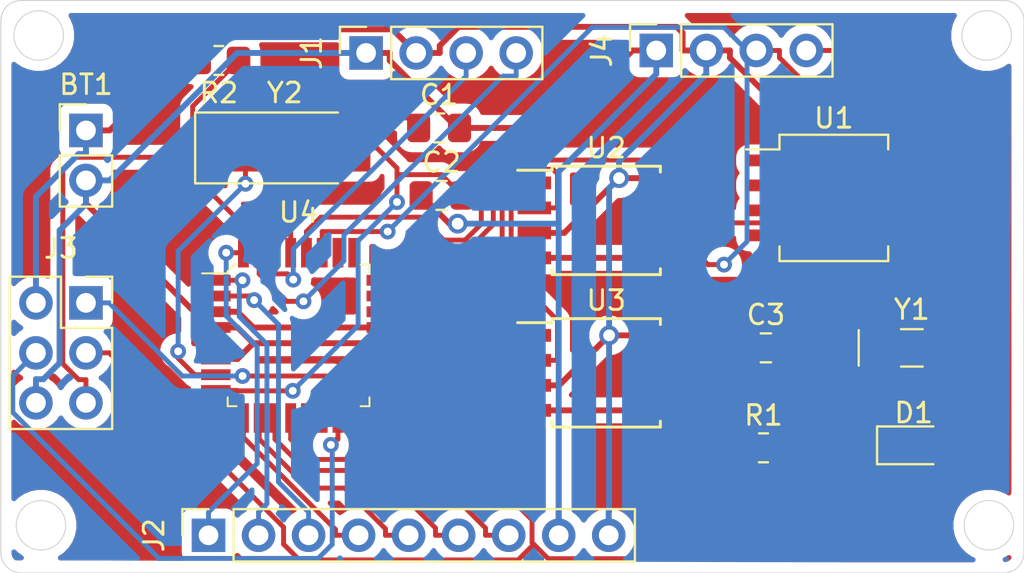
<source format=kicad_pcb>
(kicad_pcb (version 20171130) (host pcbnew "(5.1.7)-1")

  (general
    (thickness 1.6)
    (drawings 12)
    (tracks 334)
    (zones 0)
    (modules 17)
    (nets 25)
  )

  (page A4)
  (title_block
    (title "Arduino Battery Powered clone with EEPROM and Clock")
    (date 2021-01-03)
    (rev -)
    (company "Tech Explorations")
    (comment 1 "Designed by Gustavo Bertoli")
  )

  (layers
    (0 F.Cu signal)
    (31 B.Cu mixed)
    (32 B.Adhes user)
    (33 F.Adhes user)
    (34 B.Paste user)
    (35 F.Paste user)
    (36 B.SilkS user)
    (37 F.SilkS user)
    (38 B.Mask user)
    (39 F.Mask user)
    (40 Dwgs.User user)
    (41 Cmts.User user)
    (42 Eco1.User user)
    (43 Eco2.User user)
    (44 Edge.Cuts user)
    (45 Margin user)
    (46 B.CrtYd user)
    (47 F.CrtYd user)
    (48 B.Fab user)
    (49 F.Fab user)
  )

  (setup
    (last_trace_width 0.25)
    (user_trace_width 0.3)
    (trace_clearance 0.2)
    (zone_clearance 0.508)
    (zone_45_only no)
    (trace_min 0.2)
    (via_size 0.8)
    (via_drill 0.4)
    (via_min_size 0.4)
    (via_min_drill 0.3)
    (user_via 1 0.6)
    (uvia_size 0.3)
    (uvia_drill 0.1)
    (uvias_allowed no)
    (uvia_min_size 0.2)
    (uvia_min_drill 0.1)
    (edge_width 0.05)
    (segment_width 0.2)
    (pcb_text_width 0.3)
    (pcb_text_size 1.5 1.5)
    (mod_edge_width 0.12)
    (mod_text_size 1 1)
    (mod_text_width 0.15)
    (pad_size 1.524 1.524)
    (pad_drill 0.762)
    (pad_to_mask_clearance 0)
    (aux_axis_origin 0 0)
    (visible_elements 7FFFFFFF)
    (pcbplotparams
      (layerselection 0x010fc_ffffffff)
      (usegerberextensions false)
      (usegerberattributes true)
      (usegerberadvancedattributes true)
      (creategerberjobfile true)
      (excludeedgelayer true)
      (linewidth 0.100000)
      (plotframeref false)
      (viasonmask false)
      (mode 1)
      (useauxorigin false)
      (hpglpennumber 1)
      (hpglpenspeed 20)
      (hpglpendiameter 15.000000)
      (psnegative false)
      (psa4output false)
      (plotreference true)
      (plotvalue true)
      (plotinvisibletext false)
      (padsonsilk false)
      (subtractmaskfromsilk false)
      (outputformat 1)
      (mirror false)
      (drillshape 1)
      (scaleselection 1)
      (outputdirectory ""))
  )

  (net 0 "")
  (net 1 /Vcc)
  (net 2 GNDPWR)
  (net 3 "Net-(C1-Pad1)")
  (net 4 "Net-(C2-Pad2)")
  (net 5 "Net-(D1-Pad1)")
  (net 6 /SCK)
  (net 7 /RX)
  (net 8 /TX)
  (net 9 /D2)
  (net 10 /D3)
  (net 11 /D4)
  (net 12 /D5)
  (net 13 /D6)
  (net 14 /D7)
  (net 15 /D8)
  (net 16 /MISO)
  (net 17 /MOSI)
  (net 18 /RESET)
  (net 19 /SDA)
  (net 20 "Net-(U1-Pad1)")
  (net 21 "Net-(U1-Pad2)")
  (net 22 /SCL)
  (net 23 /ADDS2)
  (net 24 /ADDS1)

  (net_class Default "This is the default net class."
    (clearance 0.2)
    (trace_width 0.25)
    (via_dia 0.8)
    (via_drill 0.4)
    (uvia_dia 0.3)
    (uvia_drill 0.1)
    (add_net /ADDS1)
    (add_net /ADDS2)
    (add_net /D2)
    (add_net /D3)
    (add_net /D4)
    (add_net /D5)
    (add_net /D6)
    (add_net /D7)
    (add_net /D8)
    (add_net /MISO)
    (add_net /MOSI)
    (add_net /RESET)
    (add_net /RX)
    (add_net /SCK)
    (add_net /SCL)
    (add_net /SDA)
    (add_net /TX)
    (add_net "Net-(C1-Pad1)")
    (add_net "Net-(C2-Pad2)")
    (add_net "Net-(D1-Pad1)")
    (add_net "Net-(U1-Pad1)")
    (add_net "Net-(U1-Pad2)")
  )

  (net_class Power ""
    (clearance 0.2)
    (trace_width 0.3)
    (via_dia 1)
    (via_drill 0.6)
    (uvia_dia 0.3)
    (uvia_drill 0.1)
    (add_net /Vcc)
    (add_net GNDPWR)
  )

  (module Connector_PinSocket_2.54mm:PinSocket_1x04_P2.54mm_Vertical (layer F.Cu) (tedit 5A19A429) (tstamp 5FF26F52)
    (at 135.255 88.9 90)
    (descr "Through hole straight socket strip, 1x04, 2.54mm pitch, single row (from Kicad 4.0.7), script generated")
    (tags "Through hole socket strip THT 1x04 2.54mm single row")
    (path /5FECED2B/5FEFDBED)
    (fp_text reference J1 (at 0 -2.77 90) (layer F.SilkS)
      (effects (font (size 1 1) (thickness 0.15)))
    )
    (fp_text value Serial (at 0 10.39 90) (layer F.Fab)
      (effects (font (size 1 1) (thickness 0.15)))
    )
    (fp_line (start -1.8 9.4) (end -1.8 -1.8) (layer F.CrtYd) (width 0.05))
    (fp_line (start 1.75 9.4) (end -1.8 9.4) (layer F.CrtYd) (width 0.05))
    (fp_line (start 1.75 -1.8) (end 1.75 9.4) (layer F.CrtYd) (width 0.05))
    (fp_line (start -1.8 -1.8) (end 1.75 -1.8) (layer F.CrtYd) (width 0.05))
    (fp_line (start 0 -1.33) (end 1.33 -1.33) (layer F.SilkS) (width 0.12))
    (fp_line (start 1.33 -1.33) (end 1.33 0) (layer F.SilkS) (width 0.12))
    (fp_line (start 1.33 1.27) (end 1.33 8.95) (layer F.SilkS) (width 0.12))
    (fp_line (start -1.33 8.95) (end 1.33 8.95) (layer F.SilkS) (width 0.12))
    (fp_line (start -1.33 1.27) (end -1.33 8.95) (layer F.SilkS) (width 0.12))
    (fp_line (start -1.33 1.27) (end 1.33 1.27) (layer F.SilkS) (width 0.12))
    (fp_line (start -1.27 8.89) (end -1.27 -1.27) (layer F.Fab) (width 0.1))
    (fp_line (start 1.27 8.89) (end -1.27 8.89) (layer F.Fab) (width 0.1))
    (fp_line (start 1.27 -0.635) (end 1.27 8.89) (layer F.Fab) (width 0.1))
    (fp_line (start 0.635 -1.27) (end 1.27 -0.635) (layer F.Fab) (width 0.1))
    (fp_line (start -1.27 -1.27) (end 0.635 -1.27) (layer F.Fab) (width 0.1))
    (fp_text user %R (at 0 3.81) (layer F.Fab)
      (effects (font (size 1 1) (thickness 0.15)))
    )
    (pad 4 thru_hole oval (at 0 7.62 90) (size 1.7 1.7) (drill 1) (layers *.Cu *.Mask)
      (net 8 /TX))
    (pad 3 thru_hole oval (at 0 5.08 90) (size 1.7 1.7) (drill 1) (layers *.Cu *.Mask)
      (net 7 /RX))
    (pad 2 thru_hole oval (at 0 2.54 90) (size 1.7 1.7) (drill 1) (layers *.Cu *.Mask)
      (net 1 /Vcc))
    (pad 1 thru_hole rect (at 0 0 90) (size 1.7 1.7) (drill 1) (layers *.Cu *.Mask)
      (net 2 GNDPWR))
    (model ${KISYS3DMOD}/Connector_PinSocket_2.54mm.3dshapes/PinSocket_1x04_P2.54mm_Vertical.wrl
      (at (xyz 0 0 0))
      (scale (xyz 1 1 1))
      (rotate (xyz 0 0 0))
    )
  )

  (module Connector_PinSocket_2.54mm:PinSocket_1x04_P2.54mm_Vertical (layer F.Cu) (tedit 5A19A429) (tstamp 5FF26FA3)
    (at 149.987 88.773 90)
    (descr "Through hole straight socket strip, 1x04, 2.54mm pitch, single row (from Kicad 4.0.7), script generated")
    (tags "Through hole socket strip THT 1x04 2.54mm single row")
    (path /5FECED2B/5FEFC834)
    (fp_text reference J4 (at 0 -2.77 90) (layer F.SilkS)
      (effects (font (size 1 1) (thickness 0.15)))
    )
    (fp_text value I2C (at 0 10.39 90) (layer F.Fab)
      (effects (font (size 1 1) (thickness 0.15)))
    )
    (fp_line (start -1.27 -1.27) (end 0.635 -1.27) (layer F.Fab) (width 0.1))
    (fp_line (start 0.635 -1.27) (end 1.27 -0.635) (layer F.Fab) (width 0.1))
    (fp_line (start 1.27 -0.635) (end 1.27 8.89) (layer F.Fab) (width 0.1))
    (fp_line (start 1.27 8.89) (end -1.27 8.89) (layer F.Fab) (width 0.1))
    (fp_line (start -1.27 8.89) (end -1.27 -1.27) (layer F.Fab) (width 0.1))
    (fp_line (start -1.33 1.27) (end 1.33 1.27) (layer F.SilkS) (width 0.12))
    (fp_line (start -1.33 1.27) (end -1.33 8.95) (layer F.SilkS) (width 0.12))
    (fp_line (start -1.33 8.95) (end 1.33 8.95) (layer F.SilkS) (width 0.12))
    (fp_line (start 1.33 1.27) (end 1.33 8.95) (layer F.SilkS) (width 0.12))
    (fp_line (start 1.33 -1.33) (end 1.33 0) (layer F.SilkS) (width 0.12))
    (fp_line (start 0 -1.33) (end 1.33 -1.33) (layer F.SilkS) (width 0.12))
    (fp_line (start -1.8 -1.8) (end 1.75 -1.8) (layer F.CrtYd) (width 0.05))
    (fp_line (start 1.75 -1.8) (end 1.75 9.4) (layer F.CrtYd) (width 0.05))
    (fp_line (start 1.75 9.4) (end -1.8 9.4) (layer F.CrtYd) (width 0.05))
    (fp_line (start -1.8 9.4) (end -1.8 -1.8) (layer F.CrtYd) (width 0.05))
    (fp_text user %R (at 0 3.81) (layer F.Fab)
      (effects (font (size 1 1) (thickness 0.15)))
    )
    (pad 4 thru_hole oval (at 0 7.62 90) (size 1.7 1.7) (drill 1) (layers *.Cu *.Mask)
      (net 6 /SCK))
    (pad 3 thru_hole oval (at 0 5.08 90) (size 1.7 1.7) (drill 1) (layers *.Cu *.Mask)
      (net 19 /SDA))
    (pad 2 thru_hole oval (at 0 2.54 90) (size 1.7 1.7) (drill 1) (layers *.Cu *.Mask)
      (net 1 /Vcc))
    (pad 1 thru_hole rect (at 0 0 90) (size 1.7 1.7) (drill 1) (layers *.Cu *.Mask)
      (net 2 GNDPWR))
    (model ${KISYS3DMOD}/Connector_PinSocket_2.54mm.3dshapes/PinSocket_1x04_P2.54mm_Vertical.wrl
      (at (xyz 0 0 0))
      (scale (xyz 1 1 1))
      (rotate (xyz 0 0 0))
    )
  )

  (module Connector_PinSocket_2.54mm:PinSocket_2x03_P2.54mm_Vertical (layer F.Cu) (tedit 5A19A425) (tstamp 5FF26F8B)
    (at 121.031 101.6)
    (descr "Through hole straight socket strip, 2x03, 2.54mm pitch, double cols (from Kicad 4.0.7), script generated")
    (tags "Through hole socket strip THT 2x03 2.54mm double row")
    (path /5FECED2B/5FEFD130)
    (fp_text reference J3 (at -1.27 -2.77) (layer F.SilkS)
      (effects (font (size 1 1) (thickness 0.15)))
    )
    (fp_text value ICSP (at -1.27 7.85) (layer F.Fab)
      (effects (font (size 1 1) (thickness 0.15)))
    )
    (fp_line (start -3.81 -1.27) (end 0.27 -1.27) (layer F.Fab) (width 0.1))
    (fp_line (start 0.27 -1.27) (end 1.27 -0.27) (layer F.Fab) (width 0.1))
    (fp_line (start 1.27 -0.27) (end 1.27 6.35) (layer F.Fab) (width 0.1))
    (fp_line (start 1.27 6.35) (end -3.81 6.35) (layer F.Fab) (width 0.1))
    (fp_line (start -3.81 6.35) (end -3.81 -1.27) (layer F.Fab) (width 0.1))
    (fp_line (start -3.87 -1.33) (end -1.27 -1.33) (layer F.SilkS) (width 0.12))
    (fp_line (start -3.87 -1.33) (end -3.87 6.41) (layer F.SilkS) (width 0.12))
    (fp_line (start -3.87 6.41) (end 1.33 6.41) (layer F.SilkS) (width 0.12))
    (fp_line (start 1.33 1.27) (end 1.33 6.41) (layer F.SilkS) (width 0.12))
    (fp_line (start -1.27 1.27) (end 1.33 1.27) (layer F.SilkS) (width 0.12))
    (fp_line (start -1.27 -1.33) (end -1.27 1.27) (layer F.SilkS) (width 0.12))
    (fp_line (start 1.33 -1.33) (end 1.33 0) (layer F.SilkS) (width 0.12))
    (fp_line (start 0 -1.33) (end 1.33 -1.33) (layer F.SilkS) (width 0.12))
    (fp_line (start -4.34 -1.8) (end 1.76 -1.8) (layer F.CrtYd) (width 0.05))
    (fp_line (start 1.76 -1.8) (end 1.76 6.85) (layer F.CrtYd) (width 0.05))
    (fp_line (start 1.76 6.85) (end -4.34 6.85) (layer F.CrtYd) (width 0.05))
    (fp_line (start -4.34 6.85) (end -4.34 -1.8) (layer F.CrtYd) (width 0.05))
    (fp_text user %R (at -1.27 2.54 90) (layer F.Fab)
      (effects (font (size 1 1) (thickness 0.15)))
    )
    (pad 6 thru_hole oval (at -2.54 5.08) (size 1.7 1.7) (drill 1) (layers *.Cu *.Mask)
      (net 2 GNDPWR))
    (pad 5 thru_hole oval (at 0 5.08) (size 1.7 1.7) (drill 1) (layers *.Cu *.Mask)
      (net 18 /RESET))
    (pad 4 thru_hole oval (at -2.54 2.54) (size 1.7 1.7) (drill 1) (layers *.Cu *.Mask)
      (net 17 /MOSI))
    (pad 3 thru_hole oval (at 0 2.54) (size 1.7 1.7) (drill 1) (layers *.Cu *.Mask)
      (net 6 /SCK))
    (pad 2 thru_hole oval (at -2.54 0) (size 1.7 1.7) (drill 1) (layers *.Cu *.Mask)
      (net 1 /Vcc))
    (pad 1 thru_hole rect (at 0 0) (size 1.7 1.7) (drill 1) (layers *.Cu *.Mask)
      (net 16 /MISO))
    (model ${KISYS3DMOD}/Connector_PinSocket_2.54mm.3dshapes/PinSocket_2x03_P2.54mm_Vertical.wrl
      (at (xyz 0 0 0))
      (scale (xyz 1 1 1))
      (rotate (xyz 0 0 0))
    )
  )

  (module Connector_PinSocket_2.54mm:PinSocket_1x09_P2.54mm_Vertical (layer F.Cu) (tedit 5A19A431) (tstamp 5FF26F6F)
    (at 127.254 113.411 90)
    (descr "Through hole straight socket strip, 1x09, 2.54mm pitch, single row (from Kicad 4.0.7), script generated")
    (tags "Through hole socket strip THT 1x09 2.54mm single row")
    (path /5FECED2B/5FEFBC57)
    (fp_text reference J2 (at 0 -2.77 90) (layer F.SilkS)
      (effects (font (size 1 1) (thickness 0.15)))
    )
    (fp_text value "Digital Pins" (at 2.794 14.097 180) (layer F.Fab)
      (effects (font (size 1 1) (thickness 0.15)))
    )
    (fp_line (start -1.27 -1.27) (end 0.635 -1.27) (layer F.Fab) (width 0.1))
    (fp_line (start 0.635 -1.27) (end 1.27 -0.635) (layer F.Fab) (width 0.1))
    (fp_line (start 1.27 -0.635) (end 1.27 21.59) (layer F.Fab) (width 0.1))
    (fp_line (start 1.27 21.59) (end -1.27 21.59) (layer F.Fab) (width 0.1))
    (fp_line (start -1.27 21.59) (end -1.27 -1.27) (layer F.Fab) (width 0.1))
    (fp_line (start -1.33 1.27) (end 1.33 1.27) (layer F.SilkS) (width 0.12))
    (fp_line (start -1.33 1.27) (end -1.33 21.65) (layer F.SilkS) (width 0.12))
    (fp_line (start -1.33 21.65) (end 1.33 21.65) (layer F.SilkS) (width 0.12))
    (fp_line (start 1.33 1.27) (end 1.33 21.65) (layer F.SilkS) (width 0.12))
    (fp_line (start 1.33 -1.33) (end 1.33 0) (layer F.SilkS) (width 0.12))
    (fp_line (start 0 -1.33) (end 1.33 -1.33) (layer F.SilkS) (width 0.12))
    (fp_line (start -1.8 -1.8) (end 1.75 -1.8) (layer F.CrtYd) (width 0.05))
    (fp_line (start 1.75 -1.8) (end 1.75 22.1) (layer F.CrtYd) (width 0.05))
    (fp_line (start 1.75 22.1) (end -1.8 22.1) (layer F.CrtYd) (width 0.05))
    (fp_line (start -1.8 22.1) (end -1.8 -1.8) (layer F.CrtYd) (width 0.05))
    (fp_text user %R (at 0 10.16) (layer F.Fab)
      (effects (font (size 1 1) (thickness 0.15)))
    )
    (pad 9 thru_hole oval (at 0 20.32 90) (size 1.7 1.7) (drill 1) (layers *.Cu *.Mask)
      (net 1 /Vcc))
    (pad 8 thru_hole oval (at 0 17.78 90) (size 1.7 1.7) (drill 1) (layers *.Cu *.Mask)
      (net 2 GNDPWR))
    (pad 7 thru_hole oval (at 0 15.24 90) (size 1.7 1.7) (drill 1) (layers *.Cu *.Mask)
      (net 15 /D8))
    (pad 6 thru_hole oval (at 0 12.7 90) (size 1.7 1.7) (drill 1) (layers *.Cu *.Mask)
      (net 14 /D7))
    (pad 5 thru_hole oval (at 0 10.16 90) (size 1.7 1.7) (drill 1) (layers *.Cu *.Mask)
      (net 13 /D6))
    (pad 4 thru_hole oval (at 0 7.62 90) (size 1.7 1.7) (drill 1) (layers *.Cu *.Mask)
      (net 12 /D5))
    (pad 3 thru_hole oval (at 0 5.08 90) (size 1.7 1.7) (drill 1) (layers *.Cu *.Mask)
      (net 11 /D4))
    (pad 2 thru_hole oval (at 0 2.54 90) (size 1.7 1.7) (drill 1) (layers *.Cu *.Mask)
      (net 10 /D3))
    (pad 1 thru_hole rect (at 0 0 90) (size 1.7 1.7) (drill 1) (layers *.Cu *.Mask)
      (net 9 /D2))
    (model ${KISYS3DMOD}/Connector_PinSocket_2.54mm.3dshapes/PinSocket_1x09_P2.54mm_Vertical.wrl
      (at (xyz 0 0 0))
      (scale (xyz 1 1 1))
      (rotate (xyz 0 0 0))
    )
  )

  (module Connector_PinHeader_2.54mm:PinHeader_1x02_P2.54mm_Vertical (layer F.Cu) (tedit 59FED5CC) (tstamp 5FF26EF4)
    (at 121.031 92.837)
    (descr "Through hole straight pin header, 1x02, 2.54mm pitch, single row")
    (tags "Through hole pin header THT 1x02 2.54mm single row")
    (path /5FEC8B7D)
    (fp_text reference BT1 (at 0 -2.33) (layer F.SilkS)
      (effects (font (size 1 1) (thickness 0.15)))
    )
    (fp_text value "Battery 3V" (at 0 4.87) (layer F.Fab)
      (effects (font (size 1 1) (thickness 0.15)))
    )
    (fp_line (start -0.635 -1.27) (end 1.27 -1.27) (layer F.Fab) (width 0.1))
    (fp_line (start 1.27 -1.27) (end 1.27 3.81) (layer F.Fab) (width 0.1))
    (fp_line (start 1.27 3.81) (end -1.27 3.81) (layer F.Fab) (width 0.1))
    (fp_line (start -1.27 3.81) (end -1.27 -0.635) (layer F.Fab) (width 0.1))
    (fp_line (start -1.27 -0.635) (end -0.635 -1.27) (layer F.Fab) (width 0.1))
    (fp_line (start -1.33 3.87) (end 1.33 3.87) (layer F.SilkS) (width 0.12))
    (fp_line (start -1.33 1.27) (end -1.33 3.87) (layer F.SilkS) (width 0.12))
    (fp_line (start 1.33 1.27) (end 1.33 3.87) (layer F.SilkS) (width 0.12))
    (fp_line (start -1.33 1.27) (end 1.33 1.27) (layer F.SilkS) (width 0.12))
    (fp_line (start -1.33 0) (end -1.33 -1.33) (layer F.SilkS) (width 0.12))
    (fp_line (start -1.33 -1.33) (end 0 -1.33) (layer F.SilkS) (width 0.12))
    (fp_line (start -1.8 -1.8) (end -1.8 4.35) (layer F.CrtYd) (width 0.05))
    (fp_line (start -1.8 4.35) (end 1.8 4.35) (layer F.CrtYd) (width 0.05))
    (fp_line (start 1.8 4.35) (end 1.8 -1.8) (layer F.CrtYd) (width 0.05))
    (fp_line (start 1.8 -1.8) (end -1.8 -1.8) (layer F.CrtYd) (width 0.05))
    (fp_text user %R (at 0 1.27 90) (layer F.Fab)
      (effects (font (size 1 1) (thickness 0.15)))
    )
    (pad 1 thru_hole rect (at 0 0) (size 1.7 1.7) (drill 1) (layers *.Cu *.Mask)
      (net 1 /Vcc))
    (pad 2 thru_hole oval (at 0 2.54) (size 1.7 1.7) (drill 1) (layers *.Cu *.Mask)
      (net 2 GNDPWR))
    (model ${KISYS3DMOD}/Connector_PinHeader_2.54mm.3dshapes/PinHeader_1x02_P2.54mm_Vertical.wrl
      (at (xyz 0 0 0))
      (scale (xyz 1 1 1))
      (rotate (xyz 0 0 0))
    )
  )

  (module Capacitor_SMD:C_0805_2012Metric_Pad1.18x1.45mm_HandSolder (layer F.Cu) (tedit 5F68FEEF) (tstamp 5FF26F05)
    (at 138.96 92.71)
    (descr "Capacitor SMD 0805 (2012 Metric), square (rectangular) end terminal, IPC_7351 nominal with elongated pad for handsoldering. (Body size source: IPC-SM-782 page 76, https://www.pcb-3d.com/wordpress/wp-content/uploads/ipc-sm-782a_amendment_1_and_2.pdf, https://docs.google.com/spreadsheets/d/1BsfQQcO9C6DZCsRaXUlFlo91Tg2WpOkGARC1WS5S8t0/edit?usp=sharing), generated with kicad-footprint-generator")
    (tags "capacitor handsolder")
    (path /5FEC9734)
    (attr smd)
    (fp_text reference C1 (at 0 -1.68) (layer F.SilkS)
      (effects (font (size 1 1) (thickness 0.15)))
    )
    (fp_text value 22pF (at 0 1.68) (layer F.Fab)
      (effects (font (size 1 1) (thickness 0.15)))
    )
    (fp_line (start -1 0.625) (end -1 -0.625) (layer F.Fab) (width 0.1))
    (fp_line (start -1 -0.625) (end 1 -0.625) (layer F.Fab) (width 0.1))
    (fp_line (start 1 -0.625) (end 1 0.625) (layer F.Fab) (width 0.1))
    (fp_line (start 1 0.625) (end -1 0.625) (layer F.Fab) (width 0.1))
    (fp_line (start -0.261252 -0.735) (end 0.261252 -0.735) (layer F.SilkS) (width 0.12))
    (fp_line (start -0.261252 0.735) (end 0.261252 0.735) (layer F.SilkS) (width 0.12))
    (fp_line (start -1.88 0.98) (end -1.88 -0.98) (layer F.CrtYd) (width 0.05))
    (fp_line (start -1.88 -0.98) (end 1.88 -0.98) (layer F.CrtYd) (width 0.05))
    (fp_line (start 1.88 -0.98) (end 1.88 0.98) (layer F.CrtYd) (width 0.05))
    (fp_line (start 1.88 0.98) (end -1.88 0.98) (layer F.CrtYd) (width 0.05))
    (fp_text user %R (at 0 0) (layer F.Fab)
      (effects (font (size 0.5 0.5) (thickness 0.08)))
    )
    (pad 1 smd roundrect (at -1.0375 0) (size 1.175 1.45) (layers F.Cu F.Paste F.Mask) (roundrect_rratio 0.212766)
      (net 3 "Net-(C1-Pad1)"))
    (pad 2 smd roundrect (at 1.0375 0) (size 1.175 1.45) (layers F.Cu F.Paste F.Mask) (roundrect_rratio 0.212766)
      (net 2 GNDPWR))
    (model ${KISYS3DMOD}/Capacitor_SMD.3dshapes/C_0805_2012Metric.wrl
      (at (xyz 0 0 0))
      (scale (xyz 1 1 1))
      (rotate (xyz 0 0 0))
    )
  )

  (module Capacitor_SMD:C_0805_2012Metric_Pad1.18x1.45mm_HandSolder (layer F.Cu) (tedit 5F68FEEF) (tstamp 5FF27DAD)
    (at 139.086 96.139)
    (descr "Capacitor SMD 0805 (2012 Metric), square (rectangular) end terminal, IPC_7351 nominal with elongated pad for handsoldering. (Body size source: IPC-SM-782 page 76, https://www.pcb-3d.com/wordpress/wp-content/uploads/ipc-sm-782a_amendment_1_and_2.pdf, https://docs.google.com/spreadsheets/d/1BsfQQcO9C6DZCsRaXUlFlo91Tg2WpOkGARC1WS5S8t0/edit?usp=sharing), generated with kicad-footprint-generator")
    (tags "capacitor handsolder")
    (path /5FECA608)
    (attr smd)
    (fp_text reference C2 (at 0 -1.68) (layer F.SilkS)
      (effects (font (size 1 1) (thickness 0.15)))
    )
    (fp_text value 22pF (at 0 1.68) (layer F.Fab)
      (effects (font (size 1 1) (thickness 0.15)))
    )
    (fp_line (start 1.88 0.98) (end -1.88 0.98) (layer F.CrtYd) (width 0.05))
    (fp_line (start 1.88 -0.98) (end 1.88 0.98) (layer F.CrtYd) (width 0.05))
    (fp_line (start -1.88 -0.98) (end 1.88 -0.98) (layer F.CrtYd) (width 0.05))
    (fp_line (start -1.88 0.98) (end -1.88 -0.98) (layer F.CrtYd) (width 0.05))
    (fp_line (start -0.261252 0.735) (end 0.261252 0.735) (layer F.SilkS) (width 0.12))
    (fp_line (start -0.261252 -0.735) (end 0.261252 -0.735) (layer F.SilkS) (width 0.12))
    (fp_line (start 1 0.625) (end -1 0.625) (layer F.Fab) (width 0.1))
    (fp_line (start 1 -0.625) (end 1 0.625) (layer F.Fab) (width 0.1))
    (fp_line (start -1 -0.625) (end 1 -0.625) (layer F.Fab) (width 0.1))
    (fp_line (start -1 0.625) (end -1 -0.625) (layer F.Fab) (width 0.1))
    (fp_text user %R (at 0 0) (layer F.Fab)
      (effects (font (size 0.5 0.5) (thickness 0.08)))
    )
    (pad 2 smd roundrect (at 1.0375 0) (size 1.175 1.45) (layers F.Cu F.Paste F.Mask) (roundrect_rratio 0.212766)
      (net 4 "Net-(C2-Pad2)"))
    (pad 1 smd roundrect (at -1.0375 0) (size 1.175 1.45) (layers F.Cu F.Paste F.Mask) (roundrect_rratio 0.212766)
      (net 2 GNDPWR))
    (model ${KISYS3DMOD}/Capacitor_SMD.3dshapes/C_0805_2012Metric.wrl
      (at (xyz 0 0 0))
      (scale (xyz 1 1 1))
      (rotate (xyz 0 0 0))
    )
  )

  (module Capacitor_SMD:C_0805_2012Metric_Pad1.18x1.45mm_HandSolder (layer F.Cu) (tedit 5F68FEEF) (tstamp 5FF27BA7)
    (at 155.554 103.886)
    (descr "Capacitor SMD 0805 (2012 Metric), square (rectangular) end terminal, IPC_7351 nominal with elongated pad for handsoldering. (Body size source: IPC-SM-782 page 76, https://www.pcb-3d.com/wordpress/wp-content/uploads/ipc-sm-782a_amendment_1_and_2.pdf, https://docs.google.com/spreadsheets/d/1BsfQQcO9C6DZCsRaXUlFlo91Tg2WpOkGARC1WS5S8t0/edit?usp=sharing), generated with kicad-footprint-generator")
    (tags "capacitor handsolder")
    (path /5FECAB1B)
    (attr smd)
    (fp_text reference C3 (at 0 -1.68) (layer F.SilkS)
      (effects (font (size 1 1) (thickness 0.15)))
    )
    (fp_text value 10uF (at 0 1.68) (layer F.Fab)
      (effects (font (size 1 1) (thickness 0.15)))
    )
    (fp_line (start -1 0.625) (end -1 -0.625) (layer F.Fab) (width 0.1))
    (fp_line (start -1 -0.625) (end 1 -0.625) (layer F.Fab) (width 0.1))
    (fp_line (start 1 -0.625) (end 1 0.625) (layer F.Fab) (width 0.1))
    (fp_line (start 1 0.625) (end -1 0.625) (layer F.Fab) (width 0.1))
    (fp_line (start -0.261252 -0.735) (end 0.261252 -0.735) (layer F.SilkS) (width 0.12))
    (fp_line (start -0.261252 0.735) (end 0.261252 0.735) (layer F.SilkS) (width 0.12))
    (fp_line (start -1.88 0.98) (end -1.88 -0.98) (layer F.CrtYd) (width 0.05))
    (fp_line (start -1.88 -0.98) (end 1.88 -0.98) (layer F.CrtYd) (width 0.05))
    (fp_line (start 1.88 -0.98) (end 1.88 0.98) (layer F.CrtYd) (width 0.05))
    (fp_line (start 1.88 0.98) (end -1.88 0.98) (layer F.CrtYd) (width 0.05))
    (fp_text user %R (at 0 0) (layer F.Fab)
      (effects (font (size 0.5 0.5) (thickness 0.08)))
    )
    (pad 1 smd roundrect (at -1.0375 0) (size 1.175 1.45) (layers F.Cu F.Paste F.Mask) (roundrect_rratio 0.212766)
      (net 1 /Vcc))
    (pad 2 smd roundrect (at 1.0375 0) (size 1.175 1.45) (layers F.Cu F.Paste F.Mask) (roundrect_rratio 0.212766)
      (net 2 GNDPWR))
    (model ${KISYS3DMOD}/Capacitor_SMD.3dshapes/C_0805_2012Metric.wrl
      (at (xyz 0 0 0))
      (scale (xyz 1 1 1))
      (rotate (xyz 0 0 0))
    )
  )

  (module LED_SMD:LED_0805_2012Metric_Pad1.15x1.40mm_HandSolder (layer F.Cu) (tedit 5F68FEF1) (tstamp 5FF26F3A)
    (at 163.059 108.839)
    (descr "LED SMD 0805 (2012 Metric), square (rectangular) end terminal, IPC_7351 nominal, (Body size source: https://docs.google.com/spreadsheets/d/1BsfQQcO9C6DZCsRaXUlFlo91Tg2WpOkGARC1WS5S8t0/edit?usp=sharing), generated with kicad-footprint-generator")
    (tags "LED handsolder")
    (path /5FECBB5B)
    (attr smd)
    (fp_text reference D1 (at 0 -1.65) (layer F.SilkS)
      (effects (font (size 1 1) (thickness 0.15)))
    )
    (fp_text value LED (at 0 1.65) (layer F.Fab)
      (effects (font (size 1 1) (thickness 0.15)))
    )
    (fp_line (start 1 -0.6) (end -0.7 -0.6) (layer F.Fab) (width 0.1))
    (fp_line (start -0.7 -0.6) (end -1 -0.3) (layer F.Fab) (width 0.1))
    (fp_line (start -1 -0.3) (end -1 0.6) (layer F.Fab) (width 0.1))
    (fp_line (start -1 0.6) (end 1 0.6) (layer F.Fab) (width 0.1))
    (fp_line (start 1 0.6) (end 1 -0.6) (layer F.Fab) (width 0.1))
    (fp_line (start 1 -0.96) (end -1.86 -0.96) (layer F.SilkS) (width 0.12))
    (fp_line (start -1.86 -0.96) (end -1.86 0.96) (layer F.SilkS) (width 0.12))
    (fp_line (start -1.86 0.96) (end 1 0.96) (layer F.SilkS) (width 0.12))
    (fp_line (start -1.85 0.95) (end -1.85 -0.95) (layer F.CrtYd) (width 0.05))
    (fp_line (start -1.85 -0.95) (end 1.85 -0.95) (layer F.CrtYd) (width 0.05))
    (fp_line (start 1.85 -0.95) (end 1.85 0.95) (layer F.CrtYd) (width 0.05))
    (fp_line (start 1.85 0.95) (end -1.85 0.95) (layer F.CrtYd) (width 0.05))
    (fp_text user %R (at 0 0) (layer F.Fab)
      (effects (font (size 0.5 0.5) (thickness 0.08)))
    )
    (pad 1 smd roundrect (at -1.025 0) (size 1.15 1.4) (layers F.Cu F.Paste F.Mask) (roundrect_rratio 0.217391)
      (net 5 "Net-(D1-Pad1)"))
    (pad 2 smd roundrect (at 1.025 0) (size 1.15 1.4) (layers F.Cu F.Paste F.Mask) (roundrect_rratio 0.217391)
      (net 6 /SCK))
    (model ${KISYS3DMOD}/LED_SMD.3dshapes/LED_0805_2012Metric.wrl
      (at (xyz 0 0 0))
      (scale (xyz 1 1 1))
      (rotate (xyz 0 0 0))
    )
  )

  (module Resistor_SMD:R_0805_2012Metric_Pad1.20x1.40mm_HandSolder (layer F.Cu) (tedit 5F68FEEE) (tstamp 5FF26FB4)
    (at 155.432 108.966)
    (descr "Resistor SMD 0805 (2012 Metric), square (rectangular) end terminal, IPC_7351 nominal with elongated pad for handsoldering. (Body size source: IPC-SM-782 page 72, https://www.pcb-3d.com/wordpress/wp-content/uploads/ipc-sm-782a_amendment_1_and_2.pdf), generated with kicad-footprint-generator")
    (tags "resistor handsolder")
    (path /5FECC886)
    (attr smd)
    (fp_text reference R1 (at 0 -1.65) (layer F.SilkS)
      (effects (font (size 1 1) (thickness 0.15)))
    )
    (fp_text value 330Ohm (at 0 1.65) (layer F.Fab)
      (effects (font (size 1 1) (thickness 0.15)))
    )
    (fp_line (start -1 0.625) (end -1 -0.625) (layer F.Fab) (width 0.1))
    (fp_line (start -1 -0.625) (end 1 -0.625) (layer F.Fab) (width 0.1))
    (fp_line (start 1 -0.625) (end 1 0.625) (layer F.Fab) (width 0.1))
    (fp_line (start 1 0.625) (end -1 0.625) (layer F.Fab) (width 0.1))
    (fp_line (start -0.227064 -0.735) (end 0.227064 -0.735) (layer F.SilkS) (width 0.12))
    (fp_line (start -0.227064 0.735) (end 0.227064 0.735) (layer F.SilkS) (width 0.12))
    (fp_line (start -1.85 0.95) (end -1.85 -0.95) (layer F.CrtYd) (width 0.05))
    (fp_line (start -1.85 -0.95) (end 1.85 -0.95) (layer F.CrtYd) (width 0.05))
    (fp_line (start 1.85 -0.95) (end 1.85 0.95) (layer F.CrtYd) (width 0.05))
    (fp_line (start 1.85 0.95) (end -1.85 0.95) (layer F.CrtYd) (width 0.05))
    (fp_text user %R (at 0 0) (layer F.Fab)
      (effects (font (size 0.5 0.5) (thickness 0.08)))
    )
    (pad 1 smd roundrect (at -1 0) (size 1.2 1.4) (layers F.Cu F.Paste F.Mask) (roundrect_rratio 0.208333)
      (net 5 "Net-(D1-Pad1)"))
    (pad 2 smd roundrect (at 1 0) (size 1.2 1.4) (layers F.Cu F.Paste F.Mask) (roundrect_rratio 0.208333)
      (net 2 GNDPWR))
    (model ${KISYS3DMOD}/Resistor_SMD.3dshapes/R_0805_2012Metric.wrl
      (at (xyz 0 0 0))
      (scale (xyz 1 1 1))
      (rotate (xyz 0 0 0))
    )
  )

  (module Resistor_SMD:R_0805_2012Metric_Pad1.20x1.40mm_HandSolder (layer F.Cu) (tedit 5F68FEEE) (tstamp 5FF27B35)
    (at 127.778 89.281 180)
    (descr "Resistor SMD 0805 (2012 Metric), square (rectangular) end terminal, IPC_7351 nominal with elongated pad for handsoldering. (Body size source: IPC-SM-782 page 72, https://www.pcb-3d.com/wordpress/wp-content/uploads/ipc-sm-782a_amendment_1_and_2.pdf), generated with kicad-footprint-generator")
    (tags "resistor handsolder")
    (path /5FECD0AF)
    (attr smd)
    (fp_text reference R2 (at 0 -1.65) (layer F.SilkS)
      (effects (font (size 1 1) (thickness 0.15)))
    )
    (fp_text value 10kOhm (at 0 1.65) (layer F.Fab)
      (effects (font (size 1 1) (thickness 0.15)))
    )
    (fp_line (start 1.85 0.95) (end -1.85 0.95) (layer F.CrtYd) (width 0.05))
    (fp_line (start 1.85 -0.95) (end 1.85 0.95) (layer F.CrtYd) (width 0.05))
    (fp_line (start -1.85 -0.95) (end 1.85 -0.95) (layer F.CrtYd) (width 0.05))
    (fp_line (start -1.85 0.95) (end -1.85 -0.95) (layer F.CrtYd) (width 0.05))
    (fp_line (start -0.227064 0.735) (end 0.227064 0.735) (layer F.SilkS) (width 0.12))
    (fp_line (start -0.227064 -0.735) (end 0.227064 -0.735) (layer F.SilkS) (width 0.12))
    (fp_line (start 1 0.625) (end -1 0.625) (layer F.Fab) (width 0.1))
    (fp_line (start 1 -0.625) (end 1 0.625) (layer F.Fab) (width 0.1))
    (fp_line (start -1 -0.625) (end 1 -0.625) (layer F.Fab) (width 0.1))
    (fp_line (start -1 0.625) (end -1 -0.625) (layer F.Fab) (width 0.1))
    (fp_text user %R (at 0 0) (layer F.Fab)
      (effects (font (size 0.5 0.5) (thickness 0.08)))
    )
    (pad 2 smd roundrect (at 1 0 180) (size 1.2 1.4) (layers F.Cu F.Paste F.Mask) (roundrect_rratio 0.208333)
      (net 1 /Vcc))
    (pad 1 smd roundrect (at -1 0 180) (size 1.2 1.4) (layers F.Cu F.Paste F.Mask) (roundrect_rratio 0.208333)
      (net 18 /RESET))
    (model ${KISYS3DMOD}/Resistor_SMD.3dshapes/R_0805_2012Metric.wrl
      (at (xyz 0 0 0))
      (scale (xyz 1 1 1))
      (rotate (xyz 0 0 0))
    )
  )

  (module Package_SO:SO-8_5.3x6.2mm_P1.27mm (layer F.Cu) (tedit 5EA5315B) (tstamp 5FF26FE4)
    (at 159.004 96.266)
    (descr "SO, 8 Pin (https://www.ti.com/lit/ml/msop001a/msop001a.pdf), generated with kicad-footprint-generator ipc_gullwing_generator.py")
    (tags "SO SO")
    (path /5FF0BCB7)
    (attr smd)
    (fp_text reference U1 (at 0 -4.05) (layer F.SilkS)
      (effects (font (size 1 1) (thickness 0.15)))
    )
    (fp_text value DS1337S+ (at 0 4.05) (layer F.Fab)
      (effects (font (size 1 1) (thickness 0.15)))
    )
    (fp_line (start 0 3.21) (end 2.76 3.21) (layer F.SilkS) (width 0.12))
    (fp_line (start 2.76 3.21) (end 2.76 2.465) (layer F.SilkS) (width 0.12))
    (fp_line (start 0 3.21) (end -2.76 3.21) (layer F.SilkS) (width 0.12))
    (fp_line (start -2.76 3.21) (end -2.76 2.465) (layer F.SilkS) (width 0.12))
    (fp_line (start 0 -3.21) (end 2.76 -3.21) (layer F.SilkS) (width 0.12))
    (fp_line (start 2.76 -3.21) (end 2.76 -2.465) (layer F.SilkS) (width 0.12))
    (fp_line (start 0 -3.21) (end -2.76 -3.21) (layer F.SilkS) (width 0.12))
    (fp_line (start -2.76 -3.21) (end -2.76 -2.465) (layer F.SilkS) (width 0.12))
    (fp_line (start -2.76 -2.465) (end -4.45 -2.465) (layer F.SilkS) (width 0.12))
    (fp_line (start -1.65 -3.1) (end 2.65 -3.1) (layer F.Fab) (width 0.1))
    (fp_line (start 2.65 -3.1) (end 2.65 3.1) (layer F.Fab) (width 0.1))
    (fp_line (start 2.65 3.1) (end -2.65 3.1) (layer F.Fab) (width 0.1))
    (fp_line (start -2.65 3.1) (end -2.65 -2.1) (layer F.Fab) (width 0.1))
    (fp_line (start -2.65 -2.1) (end -1.65 -3.1) (layer F.Fab) (width 0.1))
    (fp_line (start -4.7 -3.35) (end -4.7 3.35) (layer F.CrtYd) (width 0.05))
    (fp_line (start -4.7 3.35) (end 4.7 3.35) (layer F.CrtYd) (width 0.05))
    (fp_line (start 4.7 3.35) (end 4.7 -3.35) (layer F.CrtYd) (width 0.05))
    (fp_line (start 4.7 -3.35) (end -4.7 -3.35) (layer F.CrtYd) (width 0.05))
    (fp_text user %R (at 0 0) (layer F.Fab)
      (effects (font (size 1 1) (thickness 0.15)))
    )
    (pad 1 smd roundrect (at -3.5 -1.905) (size 1.9 0.6) (layers F.Cu F.Paste F.Mask) (roundrect_rratio 0.25)
      (net 20 "Net-(U1-Pad1)"))
    (pad 2 smd roundrect (at -3.5 -0.635) (size 1.9 0.6) (layers F.Cu F.Paste F.Mask) (roundrect_rratio 0.25)
      (net 21 "Net-(U1-Pad2)"))
    (pad 3 smd roundrect (at -3.5 0.635) (size 1.9 0.6) (layers F.Cu F.Paste F.Mask) (roundrect_rratio 0.25))
    (pad 4 smd roundrect (at -3.5 1.905) (size 1.9 0.6) (layers F.Cu F.Paste F.Mask) (roundrect_rratio 0.25)
      (net 2 GNDPWR))
    (pad 5 smd roundrect (at 3.5 1.905) (size 1.9 0.6) (layers F.Cu F.Paste F.Mask) (roundrect_rratio 0.25)
      (net 19 /SDA))
    (pad 6 smd roundrect (at 3.5 0.635) (size 1.9 0.6) (layers F.Cu F.Paste F.Mask) (roundrect_rratio 0.25)
      (net 22 /SCL))
    (pad 7 smd roundrect (at 3.5 -0.635) (size 1.9 0.6) (layers F.Cu F.Paste F.Mask) (roundrect_rratio 0.25))
    (pad 8 smd roundrect (at 3.5 -1.905) (size 1.9 0.6) (layers F.Cu F.Paste F.Mask) (roundrect_rratio 0.25)
      (net 1 /Vcc))
    (model ${KISYS3DMOD}/Package_SO.3dshapes/SO-8_5.3x6.2mm_P1.27mm.wrl
      (at (xyz 0 0 0))
      (scale (xyz 1 1 1))
      (rotate (xyz 0 0 0))
    )
  )

  (module Package_SO:SOIJ-8_5.3x5.3mm_P1.27mm (layer F.Cu) (tedit 5A02F2D3) (tstamp 5FF27735)
    (at 147.447 97.409)
    (descr "8-Lead Plastic Small Outline (SM) - Medium, 5.28 mm Body [SOIC] (see Microchip Packaging Specification 00000049BS.pdf)")
    (tags "SOIC 1.27")
    (path /5FF145C1)
    (attr smd)
    (fp_text reference U2 (at 0 -3.68) (layer F.SilkS)
      (effects (font (size 1 1) (thickness 0.15)))
    )
    (fp_text value 24LC1025 (at 0 3.68) (layer F.Fab)
      (effects (font (size 1 1) (thickness 0.15)))
    )
    (fp_line (start -2.75 -2.55) (end -4.5 -2.55) (layer F.SilkS) (width 0.15))
    (fp_line (start -2.75 2.755) (end 2.75 2.755) (layer F.SilkS) (width 0.15))
    (fp_line (start -2.75 -2.755) (end 2.75 -2.755) (layer F.SilkS) (width 0.15))
    (fp_line (start -2.75 2.755) (end -2.75 2.455) (layer F.SilkS) (width 0.15))
    (fp_line (start 2.75 2.755) (end 2.75 2.455) (layer F.SilkS) (width 0.15))
    (fp_line (start 2.75 -2.755) (end 2.75 -2.455) (layer F.SilkS) (width 0.15))
    (fp_line (start -2.75 -2.755) (end -2.75 -2.55) (layer F.SilkS) (width 0.15))
    (fp_line (start -4.75 2.95) (end 4.75 2.95) (layer F.CrtYd) (width 0.05))
    (fp_line (start -4.75 -2.95) (end 4.75 -2.95) (layer F.CrtYd) (width 0.05))
    (fp_line (start 4.75 -2.95) (end 4.75 2.95) (layer F.CrtYd) (width 0.05))
    (fp_line (start -4.75 -2.95) (end -4.75 2.95) (layer F.CrtYd) (width 0.05))
    (fp_line (start -2.65 -1.65) (end -1.65 -2.65) (layer F.Fab) (width 0.15))
    (fp_line (start -2.65 2.65) (end -2.65 -1.65) (layer F.Fab) (width 0.15))
    (fp_line (start 2.65 2.65) (end -2.65 2.65) (layer F.Fab) (width 0.15))
    (fp_line (start 2.65 -2.65) (end 2.65 2.65) (layer F.Fab) (width 0.15))
    (fp_line (start -1.65 -2.65) (end 2.65 -2.65) (layer F.Fab) (width 0.15))
    (fp_text user %R (at 0 0) (layer F.Fab)
      (effects (font (size 1 1) (thickness 0.15)))
    )
    (pad 8 smd rect (at 3.65 -1.905) (size 1.7 0.65) (layers F.Cu F.Paste F.Mask)
      (net 1 /Vcc))
    (pad 7 smd rect (at 3.65 -0.635) (size 1.7 0.65) (layers F.Cu F.Paste F.Mask)
      (net 2 GNDPWR))
    (pad 6 smd rect (at 3.65 0.635) (size 1.7 0.65) (layers F.Cu F.Paste F.Mask)
      (net 22 /SCL))
    (pad 5 smd rect (at 3.65 1.905) (size 1.7 0.65) (layers F.Cu F.Paste F.Mask)
      (net 19 /SDA))
    (pad 4 smd rect (at -3.65 1.905) (size 1.7 0.65) (layers F.Cu F.Paste F.Mask)
      (net 2 GNDPWR))
    (pad 3 smd rect (at -3.65 0.635) (size 1.7 0.65) (layers F.Cu F.Paste F.Mask)
      (net 1 /Vcc))
    (pad 2 smd rect (at -3.65 -0.635) (size 1.7 0.65) (layers F.Cu F.Paste F.Mask)
      (net 23 /ADDS2))
    (pad 1 smd rect (at -3.65 -1.905) (size 1.7 0.65) (layers F.Cu F.Paste F.Mask)
      (net 24 /ADDS1))
    (model ${KISYS3DMOD}/Package_SO.3dshapes/SOIJ-8_5.3x5.3mm_P1.27mm.wrl
      (at (xyz 0 0 0))
      (scale (xyz 1 1 1))
      (rotate (xyz 0 0 0))
    )
  )

  (module Package_SO:SOIJ-8_5.3x5.3mm_P1.27mm (layer F.Cu) (tedit 5A02F2D3) (tstamp 5FF2701E)
    (at 147.447 105.156)
    (descr "8-Lead Plastic Small Outline (SM) - Medium, 5.28 mm Body [SOIC] (see Microchip Packaging Specification 00000049BS.pdf)")
    (tags "SOIC 1.27")
    (path /5FECD743)
    (attr smd)
    (fp_text reference U3 (at 0 -3.68) (layer F.SilkS)
      (effects (font (size 1 1) (thickness 0.15)))
    )
    (fp_text value 24LC1025 (at 0 3.68) (layer F.Fab)
      (effects (font (size 1 1) (thickness 0.15)))
    )
    (fp_line (start -1.65 -2.65) (end 2.65 -2.65) (layer F.Fab) (width 0.15))
    (fp_line (start 2.65 -2.65) (end 2.65 2.65) (layer F.Fab) (width 0.15))
    (fp_line (start 2.65 2.65) (end -2.65 2.65) (layer F.Fab) (width 0.15))
    (fp_line (start -2.65 2.65) (end -2.65 -1.65) (layer F.Fab) (width 0.15))
    (fp_line (start -2.65 -1.65) (end -1.65 -2.65) (layer F.Fab) (width 0.15))
    (fp_line (start -4.75 -2.95) (end -4.75 2.95) (layer F.CrtYd) (width 0.05))
    (fp_line (start 4.75 -2.95) (end 4.75 2.95) (layer F.CrtYd) (width 0.05))
    (fp_line (start -4.75 -2.95) (end 4.75 -2.95) (layer F.CrtYd) (width 0.05))
    (fp_line (start -4.75 2.95) (end 4.75 2.95) (layer F.CrtYd) (width 0.05))
    (fp_line (start -2.75 -2.755) (end -2.75 -2.55) (layer F.SilkS) (width 0.15))
    (fp_line (start 2.75 -2.755) (end 2.75 -2.455) (layer F.SilkS) (width 0.15))
    (fp_line (start 2.75 2.755) (end 2.75 2.455) (layer F.SilkS) (width 0.15))
    (fp_line (start -2.75 2.755) (end -2.75 2.455) (layer F.SilkS) (width 0.15))
    (fp_line (start -2.75 -2.755) (end 2.75 -2.755) (layer F.SilkS) (width 0.15))
    (fp_line (start -2.75 2.755) (end 2.75 2.755) (layer F.SilkS) (width 0.15))
    (fp_line (start -2.75 -2.55) (end -4.5 -2.55) (layer F.SilkS) (width 0.15))
    (fp_text user %R (at 0 0) (layer F.Fab)
      (effects (font (size 1 1) (thickness 0.15)))
    )
    (pad 1 smd rect (at -3.65 -1.905) (size 1.7 0.65) (layers F.Cu F.Paste F.Mask)
      (net 24 /ADDS1))
    (pad 2 smd rect (at -3.65 -0.635) (size 1.7 0.65) (layers F.Cu F.Paste F.Mask)
      (net 23 /ADDS2))
    (pad 3 smd rect (at -3.65 0.635) (size 1.7 0.65) (layers F.Cu F.Paste F.Mask)
      (net 1 /Vcc))
    (pad 4 smd rect (at -3.65 1.905) (size 1.7 0.65) (layers F.Cu F.Paste F.Mask)
      (net 2 GNDPWR))
    (pad 5 smd rect (at 3.65 1.905) (size 1.7 0.65) (layers F.Cu F.Paste F.Mask)
      (net 19 /SDA))
    (pad 6 smd rect (at 3.65 0.635) (size 1.7 0.65) (layers F.Cu F.Paste F.Mask)
      (net 22 /SCL))
    (pad 7 smd rect (at 3.65 -0.635) (size 1.7 0.65) (layers F.Cu F.Paste F.Mask)
      (net 2 GNDPWR))
    (pad 8 smd rect (at 3.65 -1.905) (size 1.7 0.65) (layers F.Cu F.Paste F.Mask)
      (net 1 /Vcc))
    (model ${KISYS3DMOD}/Package_SO.3dshapes/SOIJ-8_5.3x5.3mm_P1.27mm.wrl
      (at (xyz 0 0 0))
      (scale (xyz 1 1 1))
      (rotate (xyz 0 0 0))
    )
  )

  (module digikey-footprints:TQFP-32_7x7mm (layer F.Cu) (tedit 5D28AA5E) (tstamp 5FF27056)
    (at 131.826 103.251)
    (descr http://www.atmel.com/Images/Atmel-8826-SEEPROM-PCB-Mounting-Guidelines-Surface-Mount-Packages-ApplicationNote.pdf)
    (path /5FF05FA0)
    (attr smd)
    (fp_text reference U4 (at 0 -6.25) (layer F.SilkS)
      (effects (font (size 1 1) (thickness 0.15)))
    )
    (fp_text value ATMEGA328P-AU (at -6.223 0 270) (layer F.Fab)
      (effects (font (size 1 1) (thickness 0.15)))
    )
    (fp_line (start -5.2 5.2) (end 5.2 5.2) (layer F.CrtYd) (width 0.05))
    (fp_line (start -5.2 -5.2) (end -5.2 5.2) (layer F.CrtYd) (width 0.05))
    (fp_line (start 5.2 -5.2) (end 5.2 5.2) (layer F.CrtYd) (width 0.05))
    (fp_line (start -5.2 -5.2) (end 5.2 -5.2) (layer F.CrtYd) (width 0.05))
    (fp_line (start -3.15 -3.6) (end -3.25 -3.6) (layer F.SilkS) (width 0.1))
    (fp_line (start -3.25 -3.6) (end -3.6 -3.25) (layer F.SilkS) (width 0.1))
    (fp_line (start -3.6 -3.25) (end -3.6 -3.15) (layer F.SilkS) (width 0.1))
    (fp_line (start -3.6 -3.15) (end -4.9 -3.15) (layer F.SilkS) (width 0.1))
    (fp_line (start 3.6 -3.6) (end 3.15 -3.6) (layer F.SilkS) (width 0.1))
    (fp_line (start 3.6 -3.6) (end 3.6 -3.15) (layer F.SilkS) (width 0.1))
    (fp_line (start 3.6 3.6) (end 3.6 3.15) (layer F.SilkS) (width 0.1))
    (fp_line (start 3.6 3.6) (end 3.15 3.6) (layer F.SilkS) (width 0.1))
    (fp_line (start -3.6 3.6) (end -3.15 3.6) (layer F.SilkS) (width 0.1))
    (fp_line (start -3.6 3.6) (end -3.6 3.15) (layer F.SilkS) (width 0.1))
    (fp_line (start -3.5 -3.2) (end -3.5 3.5) (layer F.Fab) (width 0.1))
    (fp_line (start -3.2 -3.5) (end 3.5 -3.5) (layer F.Fab) (width 0.1))
    (fp_line (start -3.5 -3.2) (end -3.2 -3.5) (layer F.Fab) (width 0.1))
    (fp_line (start -3.5 3.5) (end 3.5 3.5) (layer F.Fab) (width 0.1))
    (fp_line (start 3.5 -3.5) (end 3.5 3.5) (layer F.Fab) (width 0.1))
    (fp_text user %R (at 0 0) (layer F.Fab)
      (effects (font (size 1 1) (thickness 0.15)))
    )
    (pad 9 smd rect (at -2.8 4.2) (size 0.55 1.5) (layers F.Cu F.Paste F.Mask)
      (net 12 /D5))
    (pad 1 smd rect (at -4.2 -2.8) (size 1.5 0.55) (layers F.Cu F.Paste F.Mask)
      (net 10 /D3))
    (pad 2 smd rect (at -4.2 -2) (size 1.5 0.55) (layers F.Cu F.Paste F.Mask)
      (net 11 /D4))
    (pad 3 smd rect (at -4.2 -1.2) (size 1.5 0.55) (layers F.Cu F.Paste F.Mask)
      (net 2 GNDPWR))
    (pad 4 smd rect (at -4.2 -0.4) (size 1.5 0.55) (layers F.Cu F.Paste F.Mask)
      (net 1 /Vcc))
    (pad 5 smd rect (at -4.2 0.4) (size 1.5 0.55) (layers F.Cu F.Paste F.Mask)
      (net 2 GNDPWR))
    (pad 6 smd rect (at -4.2 1.2) (size 1.5 0.55) (layers F.Cu F.Paste F.Mask)
      (net 1 /Vcc))
    (pad 7 smd rect (at -4.2 2) (size 1.5 0.55) (layers F.Cu F.Paste F.Mask)
      (net 3 "Net-(C1-Pad1)"))
    (pad 8 smd rect (at -4.2 2.8) (size 1.5 0.55) (layers F.Cu F.Paste F.Mask)
      (net 4 "Net-(C2-Pad2)"))
    (pad 10 smd rect (at -2 4.2) (size 0.55 1.5) (layers F.Cu F.Paste F.Mask)
      (net 13 /D6))
    (pad 11 smd rect (at -1.2 4.2) (size 0.55 1.5) (layers F.Cu F.Paste F.Mask)
      (net 14 /D7))
    (pad 12 smd rect (at -0.4 4.2) (size 0.55 1.5) (layers F.Cu F.Paste F.Mask)
      (net 15 /D8))
    (pad 13 smd rect (at 0.4 4.2) (size 0.55 1.5) (layers F.Cu F.Paste F.Mask))
    (pad 14 smd rect (at 1.2 4.2) (size 0.55 1.5) (layers F.Cu F.Paste F.Mask))
    (pad 15 smd rect (at 2 4.2) (size 0.55 1.5) (layers F.Cu F.Paste F.Mask)
      (net 17 /MOSI))
    (pad 16 smd rect (at 2.8 4.2) (size 0.55 1.5) (layers F.Cu F.Paste F.Mask)
      (net 16 /MISO))
    (pad 17 smd rect (at 4.2 2.8) (size 1.5 0.55) (layers F.Cu F.Paste F.Mask)
      (net 6 /SCK))
    (pad 18 smd rect (at 4.2 2) (size 1.5 0.55) (layers F.Cu F.Paste F.Mask)
      (net 1 /Vcc))
    (pad 19 smd rect (at 4.2 1.2) (size 1.5 0.55) (layers F.Cu F.Paste F.Mask))
    (pad 20 smd rect (at 4.2 0.4) (size 1.5 0.55) (layers F.Cu F.Paste F.Mask)
      (net 1 /Vcc))
    (pad 21 smd rect (at 4.2 -0.4) (size 1.5 0.55) (layers F.Cu F.Paste F.Mask)
      (net 2 GNDPWR))
    (pad 22 smd rect (at 4.2 -1.2) (size 1.5 0.55) (layers F.Cu F.Paste F.Mask))
    (pad 23 smd rect (at 4.2 -2) (size 1.5 0.55) (layers F.Cu F.Paste F.Mask)
      (net 24 /ADDS1))
    (pad 24 smd rect (at 4.2 -2.8) (size 1.5 0.55) (layers F.Cu F.Paste F.Mask)
      (net 23 /ADDS2))
    (pad 25 smd rect (at 2.8 -4.2) (size 0.55 1.5) (layers F.Cu F.Paste F.Mask))
    (pad 26 smd rect (at 2 -4.2) (size 0.55 1.5) (layers F.Cu F.Paste F.Mask))
    (pad 27 smd rect (at 1.2 -4.2) (size 0.55 1.5) (layers F.Cu F.Paste F.Mask)
      (net 19 /SDA))
    (pad 28 smd rect (at 0.4 -4.2) (size 0.55 1.5) (layers F.Cu F.Paste F.Mask)
      (net 22 /SCL))
    (pad 29 smd rect (at -0.4 -4.2) (size 0.55 1.5) (layers F.Cu F.Paste F.Mask)
      (net 18 /RESET))
    (pad 30 smd rect (at -1.2 -4.2) (size 0.55 1.5) (layers F.Cu F.Paste F.Mask)
      (net 7 /RX))
    (pad 31 smd rect (at -2 -4.2) (size 0.55 1.5) (layers F.Cu F.Paste F.Mask)
      (net 8 /TX))
    (pad 32 smd rect (at -2.8 -4.2) (size 0.55 1.5) (layers F.Cu F.Paste F.Mask)
      (net 9 /D2))
  )

  (module Crystal:Crystal_SMD_MicroCrystal_CC7V-T1A-2Pin_3.2x1.5mm_HandSoldering (layer F.Cu) (tedit 5A0FD1B2) (tstamp 5FF279B1)
    (at 162.967 103.886)
    (descr "SMD Crystal MicroCrystal CC7V-T1A/CM7V-T1A series http://www.microcrystal.com/images/_Product-Documentation/01_TF_ceramic_Packages/01_Datasheet/CC1V-T1A.pdf, hand-soldering, 3.2x1.5mm^2 package")
    (tags "SMD SMT crystal hand-soldering")
    (path /5FF0C850)
    (attr smd)
    (fp_text reference Y1 (at 0 -1.95) (layer F.SilkS)
      (effects (font (size 1 1) (thickness 0.15)))
    )
    (fp_text value "Crystal 32MHz" (at 0 1.95) (layer F.Fab)
      (effects (font (size 1 1) (thickness 0.15)))
    )
    (fp_line (start -1.6 -0.75) (end -1.6 0.75) (layer F.Fab) (width 0.1))
    (fp_line (start -1.6 0.75) (end 1.6 0.75) (layer F.Fab) (width 0.1))
    (fp_line (start 1.6 0.75) (end 1.6 -0.75) (layer F.Fab) (width 0.1))
    (fp_line (start 1.6 -0.75) (end -1.6 -0.75) (layer F.Fab) (width 0.1))
    (fp_line (start -1.6 0.25) (end -1.1 0.75) (layer F.Fab) (width 0.1))
    (fp_line (start -0.55 -0.95) (end 0.55 -0.95) (layer F.SilkS) (width 0.12))
    (fp_line (start -0.55 0.95) (end 0.55 0.95) (layer F.SilkS) (width 0.12))
    (fp_line (start -2.7 -0.9) (end -2.7 0.9) (layer F.SilkS) (width 0.12))
    (fp_line (start -2.8 -1.2) (end -2.8 1.2) (layer F.CrtYd) (width 0.05))
    (fp_line (start -2.8 1.2) (end 2.8 1.2) (layer F.CrtYd) (width 0.05))
    (fp_line (start 2.8 1.2) (end 2.8 -1.2) (layer F.CrtYd) (width 0.05))
    (fp_line (start 2.8 -1.2) (end -2.8 -1.2) (layer F.CrtYd) (width 0.05))
    (fp_text user %R (at 0 0) (layer F.Fab)
      (effects (font (size 0.7 0.7) (thickness 0.105)))
    )
    (pad 1 smd rect (at -1.625 0) (size 1.75 1.8) (layers F.Cu F.Paste F.Mask)
      (net 20 "Net-(U1-Pad1)"))
    (pad 2 smd rect (at 1.625 0) (size 1.75 1.8) (layers F.Cu F.Paste F.Mask)
      (net 21 "Net-(U1-Pad2)"))
    (model ${KISYS3DMOD}/Crystal.3dshapes/Crystal_SMD_MicroCrystal_CC7V-T1A-2Pin_3.2x1.5mm_HandSoldering.wrl
      (at (xyz 0 0 0))
      (scale (xyz 1 1 1))
      (rotate (xyz 0 0 0))
    )
  )

  (module Crystal:Crystal_SMD_5032-2Pin_5.0x3.2mm_HandSoldering (layer F.Cu) (tedit 5A0FD1B2) (tstamp 5FF27084)
    (at 131.124 93.726)
    (descr "SMD Crystal SERIES SMD2520/2 http://www.icbase.com/File/PDF/HKC/HKC00061008.pdf, hand-soldering, 5.0x3.2mm^2 package")
    (tags "SMD SMT crystal hand-soldering")
    (path /5FF0CE6C)
    (attr smd)
    (fp_text reference Y2 (at 0 -2.8) (layer F.SilkS)
      (effects (font (size 1 1) (thickness 0.15)))
    )
    (fp_text value "Crystal 16MHz" (at 0 2.8) (layer F.Fab)
      (effects (font (size 1 1) (thickness 0.15)))
    )
    (fp_line (start -2.3 -1.6) (end 2.3 -1.6) (layer F.Fab) (width 0.1))
    (fp_line (start 2.3 -1.6) (end 2.5 -1.4) (layer F.Fab) (width 0.1))
    (fp_line (start 2.5 -1.4) (end 2.5 1.4) (layer F.Fab) (width 0.1))
    (fp_line (start 2.5 1.4) (end 2.3 1.6) (layer F.Fab) (width 0.1))
    (fp_line (start 2.3 1.6) (end -2.3 1.6) (layer F.Fab) (width 0.1))
    (fp_line (start -2.3 1.6) (end -2.5 1.4) (layer F.Fab) (width 0.1))
    (fp_line (start -2.5 1.4) (end -2.5 -1.4) (layer F.Fab) (width 0.1))
    (fp_line (start -2.5 -1.4) (end -2.3 -1.6) (layer F.Fab) (width 0.1))
    (fp_line (start -2.5 0.6) (end -1.5 1.6) (layer F.Fab) (width 0.1))
    (fp_line (start 2.7 -1.8) (end -4.55 -1.8) (layer F.SilkS) (width 0.12))
    (fp_line (start -4.55 -1.8) (end -4.55 1.8) (layer F.SilkS) (width 0.12))
    (fp_line (start -4.55 1.8) (end 2.7 1.8) (layer F.SilkS) (width 0.12))
    (fp_line (start -4.6 -1.9) (end -4.6 1.9) (layer F.CrtYd) (width 0.05))
    (fp_line (start -4.6 1.9) (end 4.6 1.9) (layer F.CrtYd) (width 0.05))
    (fp_line (start 4.6 1.9) (end 4.6 -1.9) (layer F.CrtYd) (width 0.05))
    (fp_line (start 4.6 -1.9) (end -4.6 -1.9) (layer F.CrtYd) (width 0.05))
    (fp_circle (center 0 0) (end 0.4 0) (layer F.Adhes) (width 0.1))
    (fp_circle (center 0 0) (end 0.333333 0) (layer F.Adhes) (width 0.133333))
    (fp_circle (center 0 0) (end 0.213333 0) (layer F.Adhes) (width 0.133333))
    (fp_circle (center 0 0) (end 0.093333 0) (layer F.Adhes) (width 0.186667))
    (fp_text user %R (at 0 0) (layer F.Fab)
      (effects (font (size 1 1) (thickness 0.15)))
    )
    (pad 1 smd rect (at -2.6 0) (size 3.5 2.4) (layers F.Cu F.Paste F.Mask)
      (net 3 "Net-(C1-Pad1)"))
    (pad 2 smd rect (at 2.6 0) (size 3.5 2.4) (layers F.Cu F.Paste F.Mask)
      (net 4 "Net-(C2-Pad2)"))
    (model ${KISYS3DMOD}/Crystal.3dshapes/Crystal_SMD_5032-2Pin_5.0x3.2mm_HandSoldering.wrl
      (at (xyz 0 0 0))
      (scale (xyz 1 1 1))
      (rotate (xyz 0 0 0))
    )
  )

  (gr_circle (center 166.763765 88.011) (end 165.874765 87.122) (layer Edge.Cuts) (width 0.05) (tstamp 5FF288FF))
  (gr_circle (center 166.878 112.903) (end 165.989 112.014) (layer Edge.Cuts) (width 0.05) (tstamp 5FF288FD))
  (gr_circle (center 118.745 112.903) (end 117.856 112.014) (layer Edge.Cuts) (width 0.05) (tstamp 5FF288FB))
  (gr_circle (center 118.630765 88.011) (end 117.741765 87.122) (layer Edge.Cuts) (width 0.05))
  (gr_arc (start 167.64 87.249) (end 168.656 87.249) (angle -90) (layer Edge.Cuts) (width 0.05) (tstamp 5FF28848))
  (gr_arc (start 167.64 114.3) (end 167.64 115.316) (angle -90) (layer Edge.Cuts) (width 0.05) (tstamp 5FF28841))
  (gr_arc (start 117.729 114.3) (end 116.713 114.3) (angle -90) (layer Edge.Cuts) (width 0.05) (tstamp 5FF2883C))
  (gr_arc (start 117.729 87.249) (end 117.729 86.233) (angle -90) (layer Edge.Cuts) (width 0.05))
  (gr_line (start 167.64 86.233) (end 117.729 86.233) (layer Edge.Cuts) (width 0.05) (tstamp 5FF287AB))
  (gr_line (start 168.656 114.3) (end 168.656 87.249) (layer Edge.Cuts) (width 0.05))
  (gr_line (start 117.729 115.316) (end 167.64 115.316) (layer Edge.Cuts) (width 0.05))
  (gr_line (start 116.713 87.249) (end 116.713 114.3) (layer Edge.Cuts) (width 0.05))

  (segment (start 152.527 88.773) (end 151.3267 88.773) (width 0.3) (layer F.Cu) (net 1))
  (segment (start 151.3267 88.773) (end 151.3267 87.8728) (width 0.3) (layer F.Cu) (net 1))
  (segment (start 151.3267 87.8728) (end 151.0265 87.5726) (width 0.3) (layer F.Cu) (net 1))
  (segment (start 151.0265 87.5726) (end 139.9496 87.5726) (width 0.3) (layer F.Cu) (net 1))
  (segment (start 139.9496 87.5726) (end 138.9953 88.5269) (width 0.3) (layer F.Cu) (net 1))
  (segment (start 138.9953 88.5269) (end 138.9953 88.9) (width 0.3) (layer F.Cu) (net 1))
  (segment (start 152.527 88.773) (end 153.1252 88.773) (width 0.3) (layer F.Cu) (net 1))
  (segment (start 137.795 88.9) (end 138.9953 88.9) (width 0.3) (layer F.Cu) (net 1))
  (segment (start 126.778 89.281) (end 128.3613 87.6977) (width 0.3) (layer F.Cu) (net 1))
  (segment (start 128.3613 87.6977) (end 136.5927 87.6977) (width 0.3) (layer F.Cu) (net 1))
  (segment (start 136.5927 87.6977) (end 137.795 88.9) (width 0.3) (layer F.Cu) (net 1))
  (segment (start 126.778 89.281) (end 125.7873 89.281) (width 0.3) (layer F.Cu) (net 1))
  (segment (start 125.7873 89.281) (end 122.2313 92.837) (width 0.3) (layer F.Cu) (net 1))
  (segment (start 151.097 103.251) (end 153.8815 103.251) (width 0.3) (layer F.Cu) (net 1))
  (segment (start 153.8815 103.251) (end 154.5165 103.886) (width 0.3) (layer F.Cu) (net 1))
  (segment (start 147.593 103.251) (end 151.097 103.251) (width 0.3) (layer F.Cu) (net 1))
  (segment (start 121.031 92.837) (end 122.2313 92.837) (width 0.3) (layer F.Cu) (net 1))
  (segment (start 148.0993 95.2613) (end 145.3166 98.044) (width 0.3) (layer F.Cu) (net 1))
  (segment (start 145.3166 98.044) (end 143.797 98.044) (width 0.3) (layer F.Cu) (net 1))
  (segment (start 148.0993 95.2613) (end 149.654 95.2613) (width 0.3) (layer F.Cu) (net 1))
  (segment (start 149.654 95.2613) (end 149.8967 95.504) (width 0.3) (layer F.Cu) (net 1))
  (segment (start 148.0993 95.2613) (end 147.593 95.7676) (width 0.3) (layer B.Cu) (net 1))
  (segment (start 147.593 95.7676) (end 147.593 103.251) (width 0.3) (layer B.Cu) (net 1))
  (segment (start 152.527 89.9733) (end 148.0993 94.401) (width 0.3) (layer B.Cu) (net 1))
  (segment (start 148.0993 94.401) (end 148.0993 95.2613) (width 0.3) (layer B.Cu) (net 1))
  (segment (start 151.097 95.504) (end 149.8967 95.504) (width 0.3) (layer F.Cu) (net 1))
  (segment (start 143.797 105.791) (end 142.5967 105.791) (width 0.3) (layer F.Cu) (net 1))
  (segment (start 137.1263 105.2007) (end 142.0064 105.2007) (width 0.3) (layer F.Cu) (net 1))
  (segment (start 142.0064 105.2007) (end 142.5967 105.791) (width 0.3) (layer F.Cu) (net 1))
  (segment (start 136.873 105.251) (end 136.9233 105.2007) (width 0.3) (layer F.Cu) (net 1))
  (segment (start 136.9233 105.2007) (end 137.1263 105.2007) (width 0.3) (layer F.Cu) (net 1))
  (segment (start 137.1263 103.651) (end 137.1263 105.2007) (width 0.3) (layer F.Cu) (net 1))
  (segment (start 136.026 105.251) (end 136.873 105.251) (width 0.3) (layer F.Cu) (net 1))
  (segment (start 136.026 103.651) (end 137.1263 103.651) (width 0.3) (layer F.Cu) (net 1))
  (segment (start 129.5263 103.651) (end 136.026 103.651) (width 0.3) (layer F.Cu) (net 1))
  (segment (start 143.797 105.791) (end 145.053 105.791) (width 0.3) (layer F.Cu) (net 1))
  (segment (start 145.053 105.791) (end 147.593 103.251) (width 0.3) (layer F.Cu) (net 1))
  (segment (start 147.574 112.2107) (end 147.593 112.1917) (width 0.3) (layer B.Cu) (net 1))
  (segment (start 147.593 112.1917) (end 147.593 103.251) (width 0.3) (layer B.Cu) (net 1))
  (segment (start 147.574 113.411) (end 147.574 112.2107) (width 0.3) (layer B.Cu) (net 1))
  (segment (start 129.5263 103.651) (end 128.7263 104.451) (width 0.3) (layer F.Cu) (net 1))
  (segment (start 129.5263 103.651) (end 128.7263 102.851) (width 0.3) (layer F.Cu) (net 1))
  (segment (start 127.626 102.851) (end 128.7263 102.851) (width 0.3) (layer F.Cu) (net 1))
  (segment (start 127.626 104.451) (end 128.7263 104.451) (width 0.3) (layer F.Cu) (net 1))
  (segment (start 153.1252 88.773) (end 153.7273 88.773) (width 0.3) (layer F.Cu) (net 1))
  (segment (start 153.7273 88.773) (end 153.7273 89.1482) (width 0.3) (layer F.Cu) (net 1))
  (segment (start 153.7273 89.1482) (end 158.9401 94.361) (width 0.3) (layer F.Cu) (net 1))
  (segment (start 158.9401 94.361) (end 162.504 94.361) (width 0.3) (layer F.Cu) (net 1))
  (segment (start 121.031 92.837) (end 121.031 94.0373) (width 0.3) (layer B.Cu) (net 1))
  (segment (start 118.491 101.6) (end 118.491 96.2022) (width 0.3) (layer B.Cu) (net 1))
  (segment (start 118.491 96.2022) (end 120.6559 94.0373) (width 0.3) (layer B.Cu) (net 1))
  (segment (start 120.6559 94.0373) (end 121.031 94.0373) (width 0.3) (layer B.Cu) (net 1))
  (segment (start 152.527 88.773) (end 152.527 89.9733) (width 0.3) (layer B.Cu) (net 1))
  (via (at 148.0993 95.2613) (size 1) (drill 0.6) (layers F.Cu B.Cu) (net 1))
  (via (at 147.593 103.251) (size 1) (drill 0.6) (layers F.Cu B.Cu) (net 1))
  (segment (start 121.031 95.377) (end 121.031 96.5773) (width 0.3) (layer F.Cu) (net 2))
  (segment (start 126.5257 102.051) (end 126.5257 103.651) (width 0.3) (layer F.Cu) (net 2))
  (segment (start 126.6508 102.051) (end 126.5257 102.051) (width 0.3) (layer F.Cu) (net 2))
  (segment (start 126.5257 102.051) (end 121.052 96.5773) (width 0.3) (layer F.Cu) (net 2))
  (segment (start 121.052 96.5773) (end 121.031 96.5773) (width 0.3) (layer F.Cu) (net 2))
  (segment (start 127.626 102.051) (end 128.7263 102.051) (width 0.3) (layer F.Cu) (net 2))
  (segment (start 128.7263 102.051) (end 129.5263 102.851) (width 0.3) (layer F.Cu) (net 2))
  (segment (start 129.5263 102.851) (end 136.026 102.851) (width 0.3) (layer F.Cu) (net 2))
  (segment (start 127.626 102.051) (end 126.6508 102.051) (width 0.3) (layer F.Cu) (net 2))
  (segment (start 127.626 103.651) (end 126.5257 103.651) (width 0.3) (layer F.Cu) (net 2))
  (segment (start 155.504 100.4245) (end 155.504 98.171) (width 0.3) (layer F.Cu) (net 2))
  (segment (start 156.2632 103.886) (end 156.2632 101.1837) (width 0.3) (layer F.Cu) (net 2))
  (segment (start 156.2632 101.1837) (end 155.504 100.4245) (width 0.3) (layer F.Cu) (net 2))
  (segment (start 149.8967 99.314) (end 149.8967 99.8693) (width 0.3) (layer F.Cu) (net 2))
  (segment (start 149.8967 99.8693) (end 150.4519 100.4245) (width 0.3) (layer F.Cu) (net 2))
  (segment (start 150.4519 100.4245) (end 155.504 100.4245) (width 0.3) (layer F.Cu) (net 2))
  (segment (start 149.8967 99.314) (end 144.9973 99.314) (width 0.3) (layer F.Cu) (net 2))
  (segment (start 149.8967 96.774) (end 149.8967 99.314) (width 0.3) (layer F.Cu) (net 2))
  (segment (start 152.2973 104.521) (end 152.7547 104.9784) (width 0.3) (layer F.Cu) (net 2))
  (segment (start 152.7547 104.9784) (end 155.1708 104.9784) (width 0.3) (layer F.Cu) (net 2))
  (segment (start 155.1708 104.9784) (end 156.2632 103.886) (width 0.3) (layer F.Cu) (net 2))
  (segment (start 156.2632 103.886) (end 156.5915 103.886) (width 0.3) (layer F.Cu) (net 2))
  (segment (start 145.034 107.0977) (end 144.9973 107.061) (width 0.3) (layer F.Cu) (net 2))
  (segment (start 145.034 113.411) (end 145.034 107.0977) (width 0.3) (layer F.Cu) (net 2))
  (segment (start 149.409 107.0627) (end 145.069 107.0627) (width 0.3) (layer F.Cu) (net 2))
  (segment (start 145.069 107.0627) (end 145.034 107.0977) (width 0.3) (layer F.Cu) (net 2))
  (segment (start 149.409 107.0627) (end 149.409 105.0087) (width 0.3) (layer F.Cu) (net 2))
  (segment (start 149.409 105.0087) (end 149.8967 104.521) (width 0.3) (layer F.Cu) (net 2))
  (segment (start 156.432 108.966) (end 155.3601 110.0379) (width 0.3) (layer F.Cu) (net 2))
  (segment (start 155.3601 110.0379) (end 152.3842 110.0379) (width 0.3) (layer F.Cu) (net 2))
  (segment (start 152.3842 110.0379) (end 149.409 107.0627) (width 0.3) (layer F.Cu) (net 2))
  (segment (start 143.797 107.061) (end 144.9973 107.061) (width 0.3) (layer F.Cu) (net 2))
  (segment (start 151.097 104.521) (end 149.8967 104.521) (width 0.3) (layer F.Cu) (net 2))
  (segment (start 121.031 95.377) (end 121.031 96.5773) (width 0.3) (layer B.Cu) (net 2))
  (segment (start 118.491 106.68) (end 118.491 105.4797) (width 0.3) (layer B.Cu) (net 2))
  (segment (start 118.491 105.4797) (end 118.8662 105.4797) (width 0.3) (layer B.Cu) (net 2))
  (segment (start 118.8662 105.4797) (end 119.6913 104.6546) (width 0.3) (layer B.Cu) (net 2))
  (segment (start 119.6913 104.6546) (end 119.6913 97.917) (width 0.3) (layer B.Cu) (net 2))
  (segment (start 119.6913 97.917) (end 121.031 96.5773) (width 0.3) (layer B.Cu) (net 2))
  (segment (start 149.987 88.773) (end 148.7867 88.773) (width 0.3) (layer F.Cu) (net 2))
  (segment (start 139.9975 92.71) (end 139.881 92.71) (width 0.3) (layer F.Cu) (net 2))
  (segment (start 139.881 92.71) (end 136.4553 89.2843) (width 0.3) (layer F.Cu) (net 2))
  (segment (start 136.4553 89.2843) (end 136.4553 88.9) (width 0.3) (layer F.Cu) (net 2))
  (segment (start 148.7867 88.773) (end 144.8497 92.71) (width 0.3) (layer F.Cu) (net 2))
  (segment (start 144.8497 92.71) (end 139.9975 92.71) (width 0.3) (layer F.Cu) (net 2))
  (segment (start 145.034 97.5742) (end 145.034 94.9263) (width 0.3) (layer B.Cu) (net 2))
  (segment (start 145.034 94.9263) (end 149.987 89.9733) (width 0.3) (layer B.Cu) (net 2))
  (segment (start 145.034 113.411) (end 145.034 97.5742) (width 0.3) (layer B.Cu) (net 2))
  (segment (start 145.034 97.5742) (end 139.9019 97.5742) (width 0.3) (layer B.Cu) (net 2))
  (segment (start 138.0485 96.139) (end 139.4837 97.5742) (width 0.3) (layer F.Cu) (net 2))
  (segment (start 139.4837 97.5742) (end 139.9019 97.5742) (width 0.3) (layer F.Cu) (net 2))
  (segment (start 143.797 99.314) (end 144.9973 99.314) (width 0.3) (layer F.Cu) (net 2))
  (segment (start 121.031 95.377) (end 122.2313 95.377) (width 0.3) (layer B.Cu) (net 2))
  (segment (start 135.255 88.9) (end 128.7083 88.9) (width 0.3) (layer B.Cu) (net 2))
  (segment (start 128.7083 88.9) (end 122.2313 95.377) (width 0.3) (layer B.Cu) (net 2))
  (segment (start 149.987 88.773) (end 149.987 89.9733) (width 0.3) (layer B.Cu) (net 2))
  (segment (start 135.255 88.9) (end 136.4553 88.9) (width 0.3) (layer F.Cu) (net 2))
  (segment (start 151.097 96.774) (end 149.8967 96.774) (width 0.3) (layer F.Cu) (net 2))
  (segment (start 151.097 104.521) (end 152.2973 104.521) (width 0.3) (layer F.Cu) (net 2))
  (via (at 139.9019 97.5742) (size 1) (drill 0.6) (layers F.Cu B.Cu) (net 2))
  (segment (start 128.524 92.9633) (end 129.1304 93.5697) (width 0.25) (layer F.Cu) (net 3))
  (segment (start 129.1304 93.5697) (end 129.1304 95.546) (width 0.25) (layer F.Cu) (net 3))
  (segment (start 125.712 104.0624) (end 125.712 98.9644) (width 0.25) (layer B.Cu) (net 3))
  (segment (start 125.712 98.9644) (end 129.1304 95.546) (width 0.25) (layer B.Cu) (net 3))
  (segment (start 125.712 104.0624) (end 125.712 104.4123) (width 0.25) (layer F.Cu) (net 3))
  (segment (start 125.712 104.4123) (end 126.5507 105.251) (width 0.25) (layer F.Cu) (net 3))
  (segment (start 127.626 105.251) (end 126.5507 105.251) (width 0.25) (layer F.Cu) (net 3))
  (segment (start 128.524 92.9633) (end 128.524 92.2007) (width 0.25) (layer F.Cu) (net 3))
  (segment (start 128.524 93.726) (end 128.524 92.9633) (width 0.25) (layer F.Cu) (net 3))
  (segment (start 128.524 92.2007) (end 137.4132 92.2007) (width 0.25) (layer F.Cu) (net 3))
  (segment (start 137.4132 92.2007) (end 137.9225 92.71) (width 0.25) (layer F.Cu) (net 3))
  (via (at 125.712 104.0624) (size 0.8) (layers F.Cu B.Cu) (net 3))
  (via (at 129.1304 95.546) (size 0.8) (layers F.Cu B.Cu) (net 3))
  (segment (start 136.8234 95.0836) (end 136.8234 96.4774) (width 0.25) (layer F.Cu) (net 4))
  (segment (start 135.7993 93.726) (end 136.8234 94.7501) (width 0.25) (layer F.Cu) (net 4))
  (segment (start 136.8234 94.7501) (end 136.8234 95.0836) (width 0.25) (layer F.Cu) (net 4))
  (segment (start 136.8234 95.0836) (end 139.0681 95.0836) (width 0.25) (layer F.Cu) (net 4))
  (segment (start 139.0681 95.0836) (end 140.1235 96.139) (width 0.25) (layer F.Cu) (net 4))
  (segment (start 127.626 106.051) (end 128.7013 106.051) (width 0.25) (layer F.Cu) (net 4))
  (segment (start 131.531 106.0708) (end 128.7211 106.0708) (width 0.25) (layer F.Cu) (net 4))
  (segment (start 128.7211 106.0708) (end 128.7013 106.051) (width 0.25) (layer F.Cu) (net 4))
  (segment (start 136.8234 96.4774) (end 134.8498 98.451) (width 0.25) (layer B.Cu) (net 4))
  (segment (start 134.8498 98.451) (end 134.8498 102.752) (width 0.25) (layer B.Cu) (net 4))
  (segment (start 134.8498 102.752) (end 131.531 106.0708) (width 0.25) (layer B.Cu) (net 4))
  (segment (start 133.724 93.726) (end 135.7993 93.726) (width 0.25) (layer F.Cu) (net 4))
  (via (at 131.531 106.0708) (size 0.8) (layers F.Cu B.Cu) (net 4))
  (via (at 136.8234 96.4774) (size 0.8) (layers F.Cu B.Cu) (net 4))
  (segment (start 154.432 108.966) (end 155.4736 107.9244) (width 0.25) (layer F.Cu) (net 5))
  (segment (start 155.4736 107.9244) (end 161.1194 107.9244) (width 0.25) (layer F.Cu) (net 5))
  (segment (start 161.1194 107.9244) (end 162.034 108.839) (width 0.25) (layer F.Cu) (net 5))
  (segment (start 164.084 108.839) (end 166.7581 106.1649) (width 0.25) (layer F.Cu) (net 6))
  (segment (start 166.7581 106.1649) (end 166.7581 96.2312) (width 0.25) (layer F.Cu) (net 6))
  (segment (start 166.7581 96.2312) (end 159.2999 88.773) (width 0.25) (layer F.Cu) (net 6))
  (segment (start 159.2999 88.773) (end 158.7823 88.773) (width 0.25) (layer F.Cu) (net 6))
  (segment (start 143.7686 113.8692) (end 144.4996 114.6003) (width 0.25) (layer F.Cu) (net 6))
  (segment (start 144.4996 114.6003) (end 158.3227 114.6003) (width 0.25) (layer F.Cu) (net 6))
  (segment (start 158.3227 114.6003) (end 164.084 108.839) (width 0.25) (layer F.Cu) (net 6))
  (segment (start 137.1013 106.051) (end 143.6812 112.6309) (width 0.25) (layer F.Cu) (net 6))
  (segment (start 143.6812 112.6309) (end 143.6812 113.7819) (width 0.25) (layer F.Cu) (net 6))
  (segment (start 143.6812 113.7819) (end 143.7686 113.8692) (width 0.25) (layer F.Cu) (net 6))
  (segment (start 143.7686 113.8692) (end 142.9734 114.6644) (width 0.25) (layer F.Cu) (net 6))
  (segment (start 142.9734 114.6644) (end 131.8649 114.6644) (width 0.25) (layer F.Cu) (net 6))
  (segment (start 131.8649 114.6644) (end 131.064 113.8635) (width 0.25) (layer F.Cu) (net 6))
  (segment (start 131.064 113.8635) (end 131.064 112.9977) (width 0.25) (layer F.Cu) (net 6))
  (segment (start 131.064 112.9977) (end 122.2063 104.14) (width 0.25) (layer F.Cu) (net 6))
  (segment (start 121.031 104.14) (end 122.2063 104.14) (width 0.25) (layer F.Cu) (net 6))
  (segment (start 157.607 88.773) (end 158.7823 88.773) (width 0.25) (layer F.Cu) (net 6))
  (segment (start 136.026 106.051) (end 137.1013 106.051) (width 0.25) (layer F.Cu) (net 6))
  (segment (start 140.335 90.0753) (end 131.5566 98.8537) (width 0.25) (layer B.Cu) (net 7))
  (segment (start 131.5566 98.8537) (end 131.5566 100.4174) (width 0.25) (layer B.Cu) (net 7))
  (segment (start 130.626 100.1263) (end 131.2655 100.1263) (width 0.25) (layer F.Cu) (net 7))
  (segment (start 131.2655 100.1263) (end 131.5566 100.4174) (width 0.25) (layer F.Cu) (net 7))
  (segment (start 130.626 99.051) (end 130.626 100.1263) (width 0.25) (layer F.Cu) (net 7))
  (segment (start 140.335 88.9) (end 140.335 90.0753) (width 0.25) (layer B.Cu) (net 7))
  (via (at 131.5566 100.4174) (size 0.8) (layers F.Cu B.Cu) (net 7))
  (segment (start 142.875 90.0753) (end 142.1998 90.0753) (width 0.25) (layer B.Cu) (net 8))
  (segment (start 142.1998 90.0753) (end 134.1296 98.1455) (width 0.25) (layer B.Cu) (net 8))
  (segment (start 134.1296 98.1455) (end 134.1296 99.4672) (width 0.25) (layer B.Cu) (net 8))
  (segment (start 134.1296 99.4672) (end 132.0741 101.5227) (width 0.25) (layer B.Cu) (net 8))
  (segment (start 132.0741 101.5227) (end 131.2224 101.5227) (width 0.25) (layer F.Cu) (net 8))
  (segment (start 131.2224 101.5227) (end 129.826 100.1263) (width 0.25) (layer F.Cu) (net 8))
  (segment (start 142.875 88.9) (end 142.875 90.0753) (width 0.25) (layer B.Cu) (net 8))
  (segment (start 129.826 99.051) (end 129.826 100.1263) (width 0.25) (layer F.Cu) (net 8))
  (via (at 132.0741 101.5227) (size 0.8) (layers F.Cu B.Cu) (net 8))
  (segment (start 129.026 99.051) (end 128.1507 99.051) (width 0.25) (layer F.Cu) (net 9))
  (segment (start 127.254 112.2357) (end 129.7245 109.7652) (width 0.25) (layer B.Cu) (net 9))
  (segment (start 129.7245 109.7652) (end 129.7245 103.84) (width 0.25) (layer B.Cu) (net 9))
  (segment (start 129.7245 103.84) (end 128.1507 102.2662) (width 0.25) (layer B.Cu) (net 9))
  (segment (start 128.1507 102.2662) (end 128.1507 99.051) (width 0.25) (layer B.Cu) (net 9))
  (segment (start 127.254 113.411) (end 127.254 112.2357) (width 0.25) (layer B.Cu) (net 9))
  (via (at 128.1507 99.051) (size 0.8) (layers F.Cu B.Cu) (net 9))
  (segment (start 127.626 100.451) (end 128.9781 100.451) (width 0.25) (layer F.Cu) (net 10))
  (segment (start 129.794 112.2357) (end 130.219 111.8107) (width 0.25) (layer B.Cu) (net 10))
  (segment (start 130.219 111.8107) (end 130.219 103.6976) (width 0.25) (layer B.Cu) (net 10))
  (segment (start 130.219 103.6976) (end 128.8168 102.2954) (width 0.25) (layer B.Cu) (net 10))
  (segment (start 128.8168 102.2954) (end 128.8168 100.6123) (width 0.25) (layer B.Cu) (net 10))
  (segment (start 128.8168 100.6123) (end 128.9781 100.451) (width 0.25) (layer B.Cu) (net 10))
  (segment (start 129.794 113.411) (end 129.794 112.2357) (width 0.25) (layer B.Cu) (net 10))
  (via (at 128.9781 100.451) (size 0.8) (layers F.Cu B.Cu) (net 10))
  (segment (start 129.57 101.4599) (end 130.8057 102.6956) (width 0.25) (layer B.Cu) (net 11))
  (segment (start 130.8057 102.6956) (end 130.8057 110.7074) (width 0.25) (layer B.Cu) (net 11))
  (segment (start 130.8057 110.7074) (end 132.334 112.2357) (width 0.25) (layer B.Cu) (net 11))
  (segment (start 132.334 113.411) (end 132.334 112.2357) (width 0.25) (layer B.Cu) (net 11))
  (segment (start 127.626 101.251) (end 129.3611 101.251) (width 0.25) (layer F.Cu) (net 11))
  (segment (start 129.3611 101.251) (end 129.57 101.4599) (width 0.25) (layer F.Cu) (net 11))
  (via (at 129.57 101.4599) (size 0.8) (layers F.Cu B.Cu) (net 11))
  (segment (start 134.874 113.411) (end 133.6987 113.411) (width 0.25) (layer F.Cu) (net 12))
  (segment (start 129.026 107.451) (end 129.026 108.5263) (width 0.25) (layer F.Cu) (net 12))
  (segment (start 129.026 108.5263) (end 129.1116 108.5263) (width 0.25) (layer F.Cu) (net 12))
  (segment (start 129.1116 108.5263) (end 133.6987 113.1134) (width 0.25) (layer F.Cu) (net 12))
  (segment (start 133.6987 113.1134) (end 133.6987 113.411) (width 0.25) (layer F.Cu) (net 12))
  (segment (start 137.414 113.411) (end 136.2387 113.411) (width 0.25) (layer F.Cu) (net 13))
  (segment (start 129.826 107.451) (end 129.826 108.5263) (width 0.25) (layer F.Cu) (net 13))
  (segment (start 129.826 108.5263) (end 132.3117 111.012) (width 0.25) (layer F.Cu) (net 13))
  (segment (start 132.3117 111.012) (end 134.1693 111.012) (width 0.25) (layer F.Cu) (net 13))
  (segment (start 134.1693 111.012) (end 136.2387 113.0814) (width 0.25) (layer F.Cu) (net 13))
  (segment (start 136.2387 113.0814) (end 136.2387 113.411) (width 0.25) (layer F.Cu) (net 13))
  (segment (start 139.954 113.411) (end 138.7787 113.411) (width 0.25) (layer F.Cu) (net 14))
  (segment (start 130.626 107.451) (end 130.626 108.5263) (width 0.25) (layer F.Cu) (net 14))
  (segment (start 130.626 108.5263) (end 132.2159 110.1162) (width 0.25) (layer F.Cu) (net 14))
  (segment (start 132.2159 110.1162) (end 135.8512 110.1162) (width 0.25) (layer F.Cu) (net 14))
  (segment (start 135.8512 110.1162) (end 138.7787 113.0437) (width 0.25) (layer F.Cu) (net 14))
  (segment (start 138.7787 113.0437) (end 138.7787 113.411) (width 0.25) (layer F.Cu) (net 14))
  (segment (start 131.426 108.5263) (end 132.4569 109.5572) (width 0.25) (layer F.Cu) (net 15))
  (segment (start 132.4569 109.5572) (end 137.8322 109.5572) (width 0.25) (layer F.Cu) (net 15))
  (segment (start 137.8322 109.5572) (end 141.3187 113.0437) (width 0.25) (layer F.Cu) (net 15))
  (segment (start 141.3187 113.0437) (end 141.3187 113.411) (width 0.25) (layer F.Cu) (net 15))
  (segment (start 142.494 113.411) (end 141.3187 113.411) (width 0.25) (layer F.Cu) (net 15))
  (segment (start 131.426 107.451) (end 131.426 108.5263) (width 0.25) (layer F.Cu) (net 15))
  (segment (start 134.626 106.3757) (end 133.566 105.3157) (width 0.25) (layer F.Cu) (net 16))
  (segment (start 133.566 105.3157) (end 128.9824 105.3157) (width 0.25) (layer F.Cu) (net 16))
  (segment (start 122.2063 101.6) (end 125.922 105.3157) (width 0.25) (layer B.Cu) (net 16))
  (segment (start 125.922 105.3157) (end 128.9824 105.3157) (width 0.25) (layer B.Cu) (net 16))
  (segment (start 121.031 101.6) (end 122.2063 101.6) (width 0.25) (layer B.Cu) (net 16))
  (segment (start 134.626 107.451) (end 134.626 106.3757) (width 0.25) (layer F.Cu) (net 16))
  (via (at 128.9824 105.3157) (size 0.8) (layers F.Cu B.Cu) (net 16))
  (segment (start 133.826 107.451) (end 133.826 108.5263) (width 0.25) (layer F.Cu) (net 17))
  (segment (start 133.4665 108.8166) (end 133.5352 108.8853) (width 0.25) (layer B.Cu) (net 17))
  (segment (start 133.5352 108.8853) (end 133.5352 113.872) (width 0.25) (layer B.Cu) (net 17))
  (segment (start 133.5352 113.872) (end 132.8208 114.5864) (width 0.25) (layer B.Cu) (net 17))
  (segment (start 132.8208 114.5864) (end 124.7351 114.5864) (width 0.25) (layer B.Cu) (net 17))
  (segment (start 124.7351 114.5864) (end 117.3156 107.1669) (width 0.25) (layer B.Cu) (net 17))
  (segment (start 117.3156 107.1669) (end 117.3156 105.3154) (width 0.25) (layer B.Cu) (net 17))
  (segment (start 117.3156 105.3154) (end 118.491 104.14) (width 0.25) (layer B.Cu) (net 17))
  (segment (start 133.826 108.5263) (end 133.7568 108.5263) (width 0.25) (layer F.Cu) (net 17))
  (segment (start 133.7568 108.5263) (end 133.4665 108.8166) (width 0.25) (layer F.Cu) (net 17))
  (via (at 133.4665 108.8166) (size 0.8) (layers F.Cu B.Cu) (net 17))
  (segment (start 126.4486 94.1996) (end 126.4486 91.6104) (width 0.25) (layer F.Cu) (net 18))
  (segment (start 126.4486 91.6104) (end 128.778 89.281) (width 0.25) (layer F.Cu) (net 18))
  (segment (start 131.426 97.9757) (end 129.3453 97.9757) (width 0.25) (layer F.Cu) (net 18))
  (segment (start 129.3453 97.9757) (end 126.4486 95.079) (width 0.25) (layer F.Cu) (net 18))
  (segment (start 126.4486 95.079) (end 126.4486 94.1996) (width 0.25) (layer F.Cu) (net 18))
  (segment (start 126.4486 94.1996) (end 120.5043 94.1996) (width 0.25) (layer F.Cu) (net 18))
  (segment (start 120.5043 94.1996) (end 119.8557 94.8482) (width 0.25) (layer F.Cu) (net 18))
  (segment (start 119.8557 94.8482) (end 119.8557 104.6968) (width 0.25) (layer F.Cu) (net 18))
  (segment (start 119.8557 104.6968) (end 120.6636 105.5047) (width 0.25) (layer F.Cu) (net 18))
  (segment (start 120.6636 105.5047) (end 121.031 105.5047) (width 0.25) (layer F.Cu) (net 18))
  (segment (start 121.031 106.68) (end 121.031 105.5047) (width 0.25) (layer F.Cu) (net 18))
  (segment (start 131.426 99.051) (end 131.426 97.9757) (width 0.25) (layer F.Cu) (net 18))
  (segment (start 133.026 97.9757) (end 136.3509 97.9757) (width 0.25) (layer F.Cu) (net 19))
  (segment (start 136.3509 97.9757) (end 146.7312 87.5954) (width 0.25) (layer B.Cu) (net 19))
  (segment (start 146.7312 87.5954) (end 153.4209 87.5954) (width 0.25) (layer B.Cu) (net 19))
  (segment (start 153.4209 87.5954) (end 154.5985 88.773) (width 0.25) (layer B.Cu) (net 19))
  (segment (start 160.0977 105.1522) (end 160.548 105.6025) (width 0.25) (layer F.Cu) (net 19))
  (segment (start 160.548 105.6025) (end 165.7787 105.6025) (width 0.25) (layer F.Cu) (net 19))
  (segment (start 165.7787 105.6025) (end 166.2515 105.1297) (width 0.25) (layer F.Cu) (net 19))
  (segment (start 166.2515 105.1297) (end 166.2515 96.4732) (width 0.25) (layer F.Cu) (net 19))
  (segment (start 166.2515 96.4732) (end 163.3853 93.607) (width 0.25) (layer F.Cu) (net 19))
  (segment (start 163.3853 93.607) (end 160.709 93.607) (width 0.25) (layer F.Cu) (net 19))
  (segment (start 160.709 93.607) (end 156.2423 89.1403) (width 0.25) (layer F.Cu) (net 19))
  (segment (start 156.2423 89.1403) (end 156.2423 88.773) (width 0.25) (layer F.Cu) (net 19))
  (segment (start 160.0977 105.1522) (end 160.0977 100.5773) (width 0.25) (layer F.Cu) (net 19))
  (segment (start 160.0977 100.5773) (end 162.504 98.171) (width 0.25) (layer F.Cu) (net 19))
  (segment (start 151.097 107.061) (end 158.1889 107.061) (width 0.25) (layer F.Cu) (net 19))
  (segment (start 158.1889 107.061) (end 160.0977 105.1522) (width 0.25) (layer F.Cu) (net 19))
  (segment (start 151.097 99.314) (end 152.2723 99.314) (width 0.25) (layer F.Cu) (net 19))
  (segment (start 153.4285 99.6549) (end 152.6132 99.6549) (width 0.25) (layer F.Cu) (net 19))
  (segment (start 152.6132 99.6549) (end 152.2723 99.314) (width 0.25) (layer F.Cu) (net 19))
  (segment (start 154.5985 88.773) (end 154.5985 98.4849) (width 0.25) (layer B.Cu) (net 19))
  (segment (start 154.5985 98.4849) (end 153.4285 99.6549) (width 0.25) (layer B.Cu) (net 19))
  (segment (start 155.067 88.773) (end 154.5985 88.773) (width 0.25) (layer B.Cu) (net 19))
  (segment (start 133.026 99.051) (end 133.026 97.9757) (width 0.25) (layer F.Cu) (net 19))
  (segment (start 155.067 88.773) (end 156.2423 88.773) (width 0.25) (layer F.Cu) (net 19))
  (via (at 153.4285 99.6549) (size 0.8) (layers F.Cu B.Cu) (net 19))
  (via (at 136.3509 97.9757) (size 0.8) (layers F.Cu B.Cu) (net 19))
  (segment (start 161.342 103.886) (end 162.5423 103.886) (width 0.25) (layer F.Cu) (net 20))
  (segment (start 162.5423 103.886) (end 162.5423 104.1117) (width 0.25) (layer F.Cu) (net 20))
  (segment (start 162.5423 104.1117) (end 163.5828 105.1522) (width 0.25) (layer F.Cu) (net 20))
  (segment (start 163.5828 105.1522) (end 165.5921 105.1522) (width 0.25) (layer F.Cu) (net 20))
  (segment (start 165.5921 105.1522) (end 165.8012 104.9431) (width 0.25) (layer F.Cu) (net 20))
  (segment (start 165.8012 104.9431) (end 165.8012 97.2277) (width 0.25) (layer F.Cu) (net 20))
  (segment (start 165.8012 97.2277) (end 163.5785 95.005) (width 0.25) (layer F.Cu) (net 20))
  (segment (start 163.5785 95.005) (end 156.148 95.005) (width 0.25) (layer F.Cu) (net 20))
  (segment (start 156.148 95.005) (end 155.504 94.361) (width 0.25) (layer F.Cu) (net 20))
  (segment (start 164.592 103.886) (end 164.592 97.3249) (width 0.25) (layer F.Cu) (net 21))
  (segment (start 164.592 97.3249) (end 163.5331 96.266) (width 0.25) (layer F.Cu) (net 21))
  (segment (start 163.5331 96.266) (end 156.139 96.266) (width 0.25) (layer F.Cu) (net 21))
  (segment (start 156.139 96.266) (end 155.504 95.631) (width 0.25) (layer F.Cu) (net 21))
  (segment (start 152.9533 97.363) (end 153.1263 97.536) (width 0.25) (layer F.Cu) (net 22))
  (segment (start 153.1263 97.536) (end 156.5291 97.536) (width 0.25) (layer F.Cu) (net 22))
  (segment (start 156.5291 97.536) (end 157.5463 98.5532) (width 0.25) (layer F.Cu) (net 22))
  (segment (start 152.2723 98.044) (end 152.9533 97.363) (width 0.25) (layer F.Cu) (net 22))
  (segment (start 152.9533 97.363) (end 152.9533 95.723) (width 0.25) (layer F.Cu) (net 22))
  (segment (start 152.9533 95.723) (end 151.5706 94.3403) (width 0.25) (layer F.Cu) (net 22))
  (segment (start 151.5706 94.3403) (end 142.4211 94.3403) (width 0.25) (layer F.Cu) (net 22))
  (segment (start 142.4211 94.3403) (end 141.1029 95.6585) (width 0.25) (layer F.Cu) (net 22))
  (segment (start 141.1029 95.6585) (end 141.1029 97.5884) (width 0.25) (layer F.Cu) (net 22))
  (segment (start 141.1029 97.5884) (end 140.2819 98.4094) (width 0.25) (layer F.Cu) (net 22))
  (segment (start 140.2819 98.4094) (end 139.2005 98.4094) (width 0.25) (layer F.Cu) (net 22))
  (segment (start 139.2005 98.4094) (end 138.0352 97.2441) (width 0.25) (layer F.Cu) (net 22))
  (segment (start 138.0352 97.2441) (end 132.9576 97.2441) (width 0.25) (layer F.Cu) (net 22))
  (segment (start 132.9576 97.2441) (end 132.226 97.9757) (width 0.25) (layer F.Cu) (net 22))
  (segment (start 151.097 98.044) (end 152.2723 98.044) (width 0.25) (layer F.Cu) (net 22))
  (segment (start 151.097 105.791) (end 156.3798 105.791) (width 0.25) (layer F.Cu) (net 22))
  (segment (start 156.3798 105.791) (end 157.5463 104.6245) (width 0.25) (layer F.Cu) (net 22))
  (segment (start 157.5463 104.6245) (end 157.5463 98.5532) (width 0.25) (layer F.Cu) (net 22))
  (segment (start 157.5463 98.5532) (end 159.1985 96.901) (width 0.25) (layer F.Cu) (net 22))
  (segment (start 159.1985 96.901) (end 162.504 96.901) (width 0.25) (layer F.Cu) (net 22))
  (segment (start 132.226 99.051) (end 132.226 97.9757) (width 0.25) (layer F.Cu) (net 22))
  (segment (start 143.797 96.774) (end 142.6217 96.774) (width 0.25) (layer F.Cu) (net 23))
  (segment (start 136.026 100.451) (end 138.8772 100.451) (width 0.25) (layer F.Cu) (net 23))
  (segment (start 138.8772 100.451) (end 141.7125 97.6157) (width 0.25) (layer F.Cu) (net 23))
  (segment (start 141.7125 97.6157) (end 141.7125 95.7462) (width 0.25) (layer F.Cu) (net 23))
  (segment (start 141.7125 95.7462) (end 142.6474 94.8113) (width 0.25) (layer F.Cu) (net 23))
  (segment (start 142.6474 94.8113) (end 144.7473 94.8113) (width 0.25) (layer F.Cu) (net 23))
  (segment (start 144.7473 94.8113) (end 144.9723 95.0363) (width 0.25) (layer F.Cu) (net 23))
  (segment (start 144.9723 95.0363) (end 144.9723 96.774) (width 0.25) (layer F.Cu) (net 23))
  (segment (start 143.797 104.521) (end 144.9723 104.521) (width 0.25) (layer F.Cu) (net 23))
  (segment (start 144.9723 104.521) (end 144.9723 102.4816) (width 0.25) (layer F.Cu) (net 23))
  (segment (start 144.9723 102.4816) (end 142.6217 100.131) (width 0.25) (layer F.Cu) (net 23))
  (segment (start 142.6217 100.131) (end 142.6217 96.774) (width 0.25) (layer F.Cu) (net 23))
  (segment (start 143.797 96.774) (end 144.9723 96.774) (width 0.25) (layer F.Cu) (net 23))
  (segment (start 140.6217 101.251) (end 142.1628 99.7099) (width 0.25) (layer F.Cu) (net 24))
  (segment (start 142.1628 99.7099) (end 142.1628 95.9629) (width 0.25) (layer F.Cu) (net 24))
  (segment (start 142.1628 95.9629) (end 142.6217 95.504) (width 0.25) (layer F.Cu) (net 24))
  (segment (start 140.6217 101.251) (end 142.6217 103.251) (width 0.25) (layer F.Cu) (net 24))
  (segment (start 136.026 101.251) (end 140.6217 101.251) (width 0.25) (layer F.Cu) (net 24))
  (segment (start 143.797 95.504) (end 142.6217 95.504) (width 0.25) (layer F.Cu) (net 24))
  (segment (start 143.797 103.251) (end 142.6217 103.251) (width 0.25) (layer F.Cu) (net 24))

  (zone (net 0) (net_name "") (layer F.Cu) (tstamp 5FF2EDF1) (hatch edge 0.508)
    (connect_pads (clearance 0.508))
    (min_thickness 0.254)
    (fill yes (arc_segments 32) (thermal_gap 0.508) (thermal_bridge_width 0.508))
    (polygon
      (pts
        (xy 168.021 114.808) (xy 117.221 114.681) (xy 117.221 86.868) (xy 168.021 86.868)
      )
    )
    (filled_polygon
      (pts
        (xy 165.055275 87.097793) (xy 164.909946 87.44865) (xy 164.835857 87.821118) (xy 164.835857 88.200882) (xy 164.909946 88.57335)
        (xy 165.055275 88.924207) (xy 165.266261 89.23997) (xy 165.534795 89.508504) (xy 165.850558 89.71949) (xy 166.201415 89.864819)
        (xy 166.573883 89.938908) (xy 166.953647 89.938908) (xy 167.326115 89.864819) (xy 167.676972 89.71949) (xy 167.894 89.574477)
        (xy 167.894 111.263194) (xy 167.791207 111.19451) (xy 167.44035 111.049181) (xy 167.067882 110.975092) (xy 166.688118 110.975092)
        (xy 166.31565 111.049181) (xy 165.964793 111.19451) (xy 165.64903 111.405496) (xy 165.380496 111.67403) (xy 165.16951 111.989793)
        (xy 165.024181 112.34065) (xy 164.950092 112.713118) (xy 164.950092 113.092882) (xy 165.024181 113.46535) (xy 165.16951 113.816207)
        (xy 165.380496 114.13197) (xy 165.64903 114.400504) (xy 165.964793 114.61149) (xy 166.07225 114.656) (xy 159.341801 114.656)
        (xy 163.82073 110.177072) (xy 164.409001 110.177072) (xy 164.582255 110.160008) (xy 164.748851 110.109472) (xy 164.902387 110.027405)
        (xy 165.036962 109.916962) (xy 165.147405 109.782387) (xy 165.229472 109.628851) (xy 165.280008 109.462255) (xy 165.297072 109.289001)
        (xy 165.297072 108.70073) (xy 167.269109 106.728694) (xy 167.298101 106.704901) (xy 167.321895 106.675908) (xy 167.321899 106.675904)
        (xy 167.393073 106.589177) (xy 167.393074 106.589176) (xy 167.463646 106.457147) (xy 167.507103 106.313886) (xy 167.5181 106.202233)
        (xy 167.5181 106.202224) (xy 167.521776 106.164901) (xy 167.5181 106.127578) (xy 167.5181 96.268533) (xy 167.521777 96.2312)
        (xy 167.507103 96.082214) (xy 167.463646 95.938953) (xy 167.393074 95.806924) (xy 167.321899 95.720197) (xy 167.298101 95.691199)
        (xy 167.269103 95.667401) (xy 159.863704 88.262003) (xy 159.839901 88.232999) (xy 159.724176 88.138026) (xy 159.592147 88.067454)
        (xy 159.448886 88.023997) (xy 159.337233 88.013) (xy 159.337222 88.013) (xy 159.2999 88.009324) (xy 159.262578 88.013)
        (xy 158.885178 88.013) (xy 158.760475 87.826368) (xy 158.553632 87.619525) (xy 158.310411 87.45701) (xy 158.040158 87.345068)
        (xy 157.75326 87.288) (xy 157.46074 87.288) (xy 157.173842 87.345068) (xy 156.903589 87.45701) (xy 156.660368 87.619525)
        (xy 156.453525 87.826368) (xy 156.337 88.00076) (xy 156.220475 87.826368) (xy 156.013632 87.619525) (xy 155.770411 87.45701)
        (xy 155.500158 87.345068) (xy 155.21326 87.288) (xy 154.92074 87.288) (xy 154.633842 87.345068) (xy 154.363589 87.45701)
        (xy 154.120368 87.619525) (xy 153.913525 87.826368) (xy 153.803077 87.991666) (xy 153.790067 87.990384) (xy 153.680475 87.826368)
        (xy 153.473632 87.619525) (xy 153.230411 87.45701) (xy 152.960158 87.345068) (xy 152.67326 87.288) (xy 152.38074 87.288)
        (xy 152.093842 87.345068) (xy 151.955977 87.402173) (xy 151.884464 87.315036) (xy 151.85451 87.290453) (xy 151.608847 87.04479)
        (xy 151.584264 87.014836) (xy 151.560094 86.995) (xy 165.123959 86.995)
      )
    )
    (filled_polygon
      (pts
        (xy 167.894 114.544158) (xy 167.890362 114.548618) (xy 167.8373 114.592515) (xy 167.776727 114.625266) (xy 167.710947 114.645628)
        (xy 167.708056 114.645932) (xy 167.791207 114.61149) (xy 167.894 114.542806)
      )
    )
    (filled_polygon
      (pts
        (xy 130.713429 114.587731) (xy 130.705856 114.587712) (xy 130.710384 114.584686)
      )
    )
    (filled_polygon
      (pts
        (xy 128.847368 114.564475) (xy 128.875295 114.583135) (xy 128.652132 114.582577) (xy 128.693502 114.50518) (xy 128.715513 114.43262)
      )
    )
    (filled_polygon
      (pts
        (xy 129.088142 112.096645) (xy 128.847368 112.257525) (xy 128.715513 112.38938) (xy 128.693502 112.31682) (xy 128.634537 112.206506)
        (xy 128.555185 112.109815) (xy 128.458494 112.030463) (xy 128.34818 111.971498) (xy 128.228482 111.935188) (xy 128.104 111.922928)
        (xy 126.404 111.922928) (xy 126.279518 111.935188) (xy 126.15982 111.971498) (xy 126.049506 112.030463) (xy 125.952815 112.109815)
        (xy 125.873463 112.206506) (xy 125.814498 112.31682) (xy 125.778188 112.436518) (xy 125.765928 112.561) (xy 125.765928 114.261)
        (xy 125.778188 114.385482) (xy 125.814498 114.50518) (xy 125.852127 114.575577) (xy 119.734842 114.560284) (xy 119.97397 114.400504)
        (xy 120.242504 114.13197) (xy 120.45349 113.816207) (xy 120.598819 113.46535) (xy 120.672908 113.092882) (xy 120.672908 112.713118)
        (xy 120.598819 112.34065) (xy 120.45349 111.989793) (xy 120.242504 111.67403) (xy 119.97397 111.405496) (xy 119.658207 111.19451)
        (xy 119.30735 111.049181) (xy 118.934882 110.975092) (xy 118.555118 110.975092) (xy 118.18265 111.049181) (xy 117.831793 111.19451)
        (xy 117.51603 111.405496) (xy 117.373 111.548526) (xy 117.373 107.662107) (xy 117.544368 107.833475) (xy 117.787589 107.99599)
        (xy 118.057842 108.107932) (xy 118.34474 108.165) (xy 118.63726 108.165) (xy 118.924158 108.107932) (xy 119.194411 107.99599)
        (xy 119.437632 107.833475) (xy 119.644475 107.626632) (xy 119.761 107.45224) (xy 119.877525 107.626632) (xy 120.084368 107.833475)
        (xy 120.327589 107.99599) (xy 120.597842 108.107932) (xy 120.88474 108.165) (xy 121.17726 108.165) (xy 121.464158 108.107932)
        (xy 121.734411 107.99599) (xy 121.977632 107.833475) (xy 122.184475 107.626632) (xy 122.34699 107.383411) (xy 122.458932 107.113158)
        (xy 122.516 106.82626) (xy 122.516 106.53374) (xy 122.458932 106.246842) (xy 122.34699 105.976589) (xy 122.184475 105.733368)
        (xy 121.977632 105.526525) (xy 121.80324 105.41) (xy 121.977632 105.293475) (xy 122.131303 105.139804)
      )
    )
    (filled_polygon
      (pts
        (xy 117.51603 114.400504) (xy 117.747723 114.555316) (xy 117.485653 114.554661) (xy 117.480382 114.550362) (xy 117.436485 114.4973)
        (xy 117.403734 114.436727) (xy 117.383372 114.370947) (xy 117.373 114.272269) (xy 117.373 114.257474)
      )
    )
    (filled_polygon
      (pts
        (xy 151.801858 110.565716) (xy 151.826436 110.595664) (xy 151.856384 110.620242) (xy 151.856387 110.620245) (xy 151.885759 110.64435)
        (xy 151.945967 110.693762) (xy 152.053379 110.751174) (xy 152.08234 110.766654) (xy 152.230312 110.811541) (xy 152.24469 110.812957)
        (xy 152.345639 110.8229) (xy 152.345646 110.8229) (xy 152.384199 110.826697) (xy 152.422752 110.8229) (xy 155.321547 110.8229)
        (xy 155.3601 110.826697) (xy 155.398653 110.8229) (xy 155.398661 110.8229) (xy 155.513987 110.811541) (xy 155.66196 110.766654)
        (xy 155.798333 110.693762) (xy 155.917864 110.595664) (xy 155.942447 110.56571) (xy 156.204085 110.304072) (xy 156.782001 110.304072)
        (xy 156.955255 110.287008) (xy 157.121851 110.236472) (xy 157.275387 110.154405) (xy 157.409962 110.043962) (xy 157.520405 109.909387)
        (xy 157.602472 109.755851) (xy 157.653008 109.589255) (xy 157.670072 109.416001) (xy 157.670072 108.6844) (xy 160.804599 108.6844)
        (xy 160.820928 108.700729) (xy 160.820928 109.289001) (xy 160.837992 109.462255) (xy 160.888528 109.628851) (xy 160.970595 109.782387)
        (xy 161.081038 109.916962) (xy 161.215613 110.027405) (xy 161.369149 110.109472) (xy 161.535745 110.160008) (xy 161.674522 110.173676)
        (xy 158.007899 113.8403) (xy 149.002699 113.8403) (xy 149.059 113.55726) (xy 149.059 113.26474) (xy 149.001932 112.977842)
        (xy 148.88999 112.707589) (xy 148.727475 112.464368) (xy 148.520632 112.257525) (xy 148.277411 112.09501) (xy 148.007158 111.983068)
        (xy 147.72026 111.926) (xy 147.42774 111.926) (xy 147.140842 111.983068) (xy 146.870589 112.09501) (xy 146.627368 112.257525)
        (xy 146.420525 112.464368) (xy 146.304 112.63876) (xy 146.187475 112.464368) (xy 145.980632 112.257525) (xy 145.819 112.149526)
        (xy 145.819 107.8477) (xy 149.083843 107.8477)
      )
    )
    (filled_polygon
      (pts
        (xy 134.175482 112.092983) (xy 134.170589 112.09501) (xy 133.927368 112.257525) (xy 133.922497 112.262396) (xy 133.432102 111.772)
        (xy 133.854499 111.772)
      )
    )
    (filled_polygon
      (pts
        (xy 125.7407 102.376157) (xy 125.740701 103.0274) (xy 125.610061 103.0274) (xy 125.410102 103.067174) (xy 125.221744 103.145195)
        (xy 125.052226 103.258463) (xy 124.908063 103.402626) (xy 124.794795 103.572144) (xy 124.716774 103.760502) (xy 124.677 103.960461)
        (xy 124.677 104.164339) (xy 124.716774 104.364298) (xy 124.794795 104.552656) (xy 124.908063 104.722174) (xy 125.052226 104.866337)
        (xy 125.161215 104.939161) (xy 125.171999 104.952301) (xy 125.201001 104.976102) (xy 125.986901 105.762003) (xy 126.010699 105.791001)
        (xy 126.039697 105.814799) (xy 126.126423 105.885974) (xy 126.237928 105.945575) (xy 126.237928 106.326) (xy 126.250188 106.450482)
        (xy 126.286498 106.57018) (xy 126.345463 106.680494) (xy 126.424815 106.777185) (xy 126.521506 106.856537) (xy 126.63182 106.915502)
        (xy 126.751518 106.951812) (xy 126.876 106.964072) (xy 128.112928 106.964072) (xy 128.112928 108.201) (xy 128.125188 108.325482)
        (xy 128.161498 108.44518) (xy 128.220463 108.555494) (xy 128.271299 108.617439) (xy 128.276997 108.675286) (xy 128.320454 108.818547)
        (xy 128.391026 108.950576) (xy 128.485999 109.066301) (xy 128.601724 109.161274) (xy 128.733753 109.231846) (xy 128.746086 109.235587)
        (xy 131.615554 112.105056) (xy 131.394118 112.253015) (xy 122.770104 103.629003) (xy 122.746301 103.599999) (xy 122.630576 103.505026)
        (xy 122.498547 103.434454) (xy 122.355286 103.390997) (xy 122.313796 103.386911) (xy 122.184475 103.193368) (xy 122.05262 103.061513)
        (xy 122.12518 103.039502) (xy 122.235494 102.980537) (xy 122.332185 102.901185) (xy 122.411537 102.804494) (xy 122.470502 102.69418)
        (xy 122.506812 102.574482) (xy 122.519072 102.45) (xy 122.519072 100.75) (xy 122.506812 100.625518) (xy 122.470502 100.50582)
        (xy 122.411537 100.395506) (xy 122.332185 100.298815) (xy 122.235494 100.219463) (xy 122.12518 100.160498) (xy 122.005482 100.124188)
        (xy 121.881 100.111928) (xy 120.6157 100.111928) (xy 120.6157 97.251157)
      )
    )
    (filled_polygon
      (pts
        (xy 136.74214 112.081941) (xy 136.710589 112.09501) (xy 136.480711 112.248609) (xy 135.108301 110.8762) (xy 135.536399 110.8762)
      )
    )
    (filled_polygon
      (pts
        (xy 141.988522 112.013024) (xy 141.790589 112.09501) (xy 141.583311 112.233509) (xy 138.396004 109.046203) (xy 138.372201 109.017199)
        (xy 138.256476 108.922226) (xy 138.124447 108.851654) (xy 137.981186 108.808197) (xy 137.869533 108.7972) (xy 137.869522 108.7972)
        (xy 137.8322 108.793524) (xy 137.794878 108.7972) (xy 135.1231 108.7972) (xy 135.14518 108.790502) (xy 135.255494 108.731537)
        (xy 135.352185 108.652185) (xy 135.431537 108.555494) (xy 135.490502 108.44518) (xy 135.526812 108.325482) (xy 135.539072 108.201)
        (xy 135.539072 106.964072) (xy 136.776 106.964072) (xy 136.900482 106.951812) (xy 136.921067 106.945568)
      )
    )
    (filled_polygon
      (pts
        (xy 139.28214 112.081941) (xy 139.250589 112.09501) (xy 139.043311 112.233509) (xy 137.127001 110.3172) (xy 137.517399 110.3172)
      )
    )
    (filled_polygon
      (pts
        (xy 142.014357 106.318815) (xy 142.038936 106.348764) (xy 142.068884 106.373342) (xy 142.068887 106.373345) (xy 142.098259 106.39745)
        (xy 142.158467 106.446862) (xy 142.29484 106.519754) (xy 142.344458 106.534806) (xy 142.321188 106.611518) (xy 142.308928 106.736)
        (xy 142.308928 107.386) (xy 142.321188 107.510482) (xy 142.357498 107.63018) (xy 142.416463 107.740494) (xy 142.495815 107.837185)
        (xy 142.592506 107.916537) (xy 142.70282 107.975502) (xy 142.822518 108.011812) (xy 142.947 108.024072) (xy 144.249001 108.024072)
        (xy 144.249 112.124772) (xy 144.221201 112.090899) (xy 144.192204 112.067102) (xy 138.110801 105.9857) (xy 141.681243 105.9857)
      )
    )
    (filled_polygon
      (pts
        (xy 153.454038 107.888038) (xy 153.343595 108.022613) (xy 153.261528 108.176149) (xy 153.210992 108.342745) (xy 153.193928 108.515999)
        (xy 153.193928 109.2529) (xy 152.709358 109.2529) (xy 151.48053 108.024072) (xy 151.947 108.024072) (xy 152.071482 108.011812)
        (xy 152.19118 107.975502) (xy 152.301494 107.916537) (xy 152.398185 107.837185) (xy 152.411468 107.821) (xy 153.535724 107.821)
      )
    )
    (filled_polygon
      (pts
        (xy 160.123724 106.237474) (xy 160.255753 106.308046) (xy 160.399014 106.351503) (xy 160.510667 106.3625) (xy 160.510676 106.3625)
        (xy 160.547999 106.366176) (xy 160.585322 106.3625) (xy 165.485698 106.3625) (xy 164.34727 107.500928) (xy 163.758999 107.500928)
        (xy 163.585745 107.517992) (xy 163.419149 107.568528) (xy 163.265613 107.650595) (xy 163.131038 107.761038) (xy 163.059 107.848816)
        (xy 162.986962 107.761038) (xy 162.852387 107.650595) (xy 162.698851 107.568528) (xy 162.532255 107.517992) (xy 162.359001 107.500928)
        (xy 161.770729 107.500928) (xy 161.683203 107.413402) (xy 161.659401 107.384399) (xy 161.543676 107.289426) (xy 161.411647 107.218854)
        (xy 161.268386 107.175397) (xy 161.156733 107.1644) (xy 161.156722 107.1644) (xy 161.1194 107.160724) (xy 161.082078 107.1644)
        (xy 159.160301 107.1644) (xy 160.103679 106.221023)
      )
    )
    (filled_polygon
      (pts
        (xy 160.975916 97.719418) (xy 160.931071 97.867255) (xy 160.915928 98.021) (xy 160.915928 98.321) (xy 160.931071 98.474745)
        (xy 160.975916 98.622582) (xy 160.976508 98.62369) (xy 159.586698 100.013501) (xy 159.5577 100.037299) (xy 159.533902 100.066297)
        (xy 159.533901 100.066298) (xy 159.462726 100.153024) (xy 159.392154 100.285054) (xy 159.372397 100.350188) (xy 159.348698 100.428314)
        (xy 159.338896 100.527838) (xy 159.334024 100.5773) (xy 159.337701 100.614632) (xy 159.3377 104.837398) (xy 157.874099 106.301)
        (xy 156.944601 106.301) (xy 158.057304 105.188298) (xy 158.086301 105.164501) (xy 158.139724 105.099405) (xy 158.181274 105.048777)
        (xy 158.251846 104.916747) (xy 158.25785 104.896954) (xy 158.295303 104.773486) (xy 158.3063 104.661833) (xy 158.3063 104.661824)
        (xy 158.309976 104.624501) (xy 158.3063 104.587178) (xy 158.3063 98.868001) (xy 159.513302 97.661) (xy 161.007141 97.661)
      )
    )
    (filled_polygon
      (pts
        (xy 148.881185 104.426358) (xy 148.851237 104.450936) (xy 148.826659 104.480884) (xy 148.826655 104.480888) (xy 148.801317 104.511763)
        (xy 148.753139 104.570467) (xy 148.715333 104.641198) (xy 148.680246 104.706841) (xy 148.635359 104.854814) (xy 148.620203 105.0087)
        (xy 148.624001 105.047263) (xy 148.624 106.2777) (xy 145.676457 106.2777) (xy 147.568158 104.386) (xy 147.704788 104.386)
        (xy 147.924067 104.342383) (xy 148.130624 104.256824) (xy 148.31652 104.132612) (xy 148.413132 104.036) (xy 149.271543 104.036)
      )
    )
    (filled_polygon
      (pts
        (xy 119.853469 105.769371) (xy 119.761 105.90776) (xy 119.644475 105.733368) (xy 119.437632 105.526525) (xy 119.26324 105.41)
        (xy 119.40163 105.317531)
      )
    )
    (filled_polygon
      (pts
        (xy 117.544368 105.293475) (xy 117.71876 105.41) (xy 117.544368 105.526525) (xy 117.373 105.697893) (xy 117.373 105.122107)
      )
    )
    (filled_polygon
      (pts
        (xy 134.637928 104.726) (xy 134.650188 104.850482) (xy 134.650345 104.851) (xy 134.650188 104.851518) (xy 134.637928 104.976)
        (xy 134.637928 105.312826) (xy 134.129803 104.804702) (xy 134.106001 104.775699) (xy 133.990276 104.680726) (xy 133.858247 104.610154)
        (xy 133.714986 104.566697) (xy 133.603333 104.5557) (xy 133.603322 104.5557) (xy 133.566 104.552024) (xy 133.528678 104.5557)
        (xy 129.731757 104.5557) (xy 129.851457 104.436) (xy 134.637928 104.436)
      )
    )
    (filled_polygon
      (pts
        (xy 142.057901 103.762003) (xy 142.081699 103.791001) (xy 142.110697 103.814799) (xy 142.197423 103.885974) (xy 142.285634 103.933124)
        (xy 142.329453 103.956546) (xy 142.353822 103.963938) (xy 142.321188 104.071518) (xy 142.308928 104.196) (xy 142.308928 104.472303)
        (xy 142.30826 104.471946) (xy 142.160287 104.427059) (xy 142.044961 104.4157) (xy 142.044953 104.4157) (xy 142.0064 104.411903)
        (xy 141.967847 104.4157) (xy 137.9113 104.4157) (xy 137.9113 103.689561) (xy 137.915098 103.651) (xy 137.90946 103.593753)
        (xy 137.899941 103.497113) (xy 137.855054 103.34914) (xy 137.782162 103.212767) (xy 137.684064 103.093236) (xy 137.677772 103.088072)
        (xy 137.564533 102.995138) (xy 137.42816 102.922246) (xy 137.414072 102.917972) (xy 137.414072 102.576) (xy 137.401812 102.451518)
        (xy 137.401655 102.451) (xy 137.401812 102.450482) (xy 137.414072 102.326) (xy 137.414072 102.011) (xy 140.306899 102.011)
      )
    )
    (filled_polygon
      (pts
        (xy 153.290928 104.1934) (xy 153.079857 104.1934) (xy 152.922457 104.036) (xy 153.290928 104.036)
      )
    )
    (filled_polygon
      (pts
        (xy 149.167946 100.17116) (xy 149.240839 100.307533) (xy 149.274921 100.349061) (xy 149.314355 100.397112) (xy 149.314359 100.397116)
        (xy 149.338937 100.427064) (xy 149.368885 100.451642) (xy 149.869557 100.952315) (xy 149.894136 100.982264) (xy 149.924084 101.006842)
        (xy 149.924087 101.006845) (xy 149.933779 101.014799) (xy 150.013667 101.080362) (xy 150.15004 101.153254) (xy 150.259631 101.186498)
        (xy 150.298012 101.198141) (xy 150.31239 101.199557) (xy 150.413339 101.2095) (xy 150.413346 101.2095) (xy 150.451899 101.213297)
        (xy 150.490452 101.2095) (xy 155.178843 101.2095) (xy 155.478201 101.508859) (xy 155.4782 102.779951) (xy 155.347386 102.672595)
        (xy 155.19385 102.590528) (xy 155.027254 102.539992) (xy 154.854 102.522928) (xy 154.184636 102.522928) (xy 154.18336 102.522246)
        (xy 154.035387 102.477359) (xy 153.920061 102.466) (xy 153.920053 102.466) (xy 153.8815 102.462203) (xy 153.842947 102.466)
        (xy 152.387444 102.466) (xy 152.301494 102.395463) (xy 152.19118 102.336498) (xy 152.071482 102.300188) (xy 151.947 102.287928)
        (xy 150.247 102.287928) (xy 150.122518 102.300188) (xy 150.00282 102.336498) (xy 149.892506 102.395463) (xy 149.806556 102.466)
        (xy 148.413132 102.466) (xy 148.31652 102.369388) (xy 148.130624 102.245176) (xy 147.924067 102.159617) (xy 147.704788 102.116)
        (xy 147.481212 102.116) (xy 147.261933 102.159617) (xy 147.055376 102.245176) (xy 146.86948 102.369388) (xy 146.711388 102.52748)
        (xy 146.587176 102.713376) (xy 146.501617 102.919933) (xy 146.458 103.139212) (xy 146.458 103.275842) (xy 145.7323 104.001543)
        (xy 145.7323 102.518922) (xy 145.735976 102.481599) (xy 145.7323 102.444276) (xy 145.7323 102.444267) (xy 145.721303 102.332614)
        (xy 145.677846 102.189353) (xy 145.607274 102.057324) (xy 145.594111 102.041285) (xy 145.536099 101.970596) (xy 145.536095 101.970592)
        (xy 145.512301 101.941599) (xy 145.483308 101.917805) (xy 143.842574 100.277072) (xy 144.647 100.277072) (xy 144.771482 100.264812)
        (xy 144.89118 100.228502) (xy 145.001494 100.169537) (xy 145.087444 100.099) (xy 149.146057 100.099)
      )
    )
    (filled_polygon
      (pts
        (xy 163.832 102.347928) (xy 163.717 102.347928) (xy 163.592518 102.360188) (xy 163.47282 102.396498) (xy 163.362506 102.455463)
        (xy 163.265815 102.534815) (xy 163.186463 102.631506) (xy 163.127498 102.74182) (xy 163.091188 102.861518) (xy 163.078928 102.986)
        (xy 163.078928 103.343231) (xy 162.966576 103.251026) (xy 162.855072 103.191425) (xy 162.855072 102.986) (xy 162.842812 102.861518)
        (xy 162.806502 102.74182) (xy 162.747537 102.631506) (xy 162.668185 102.534815) (xy 162.571494 102.455463) (xy 162.46118 102.396498)
        (xy 162.341482 102.360188) (xy 162.217 102.347928) (xy 160.8577 102.347928) (xy 160.8577 100.892101) (xy 162.64073 99.109072)
        (xy 163.304 99.109072) (xy 163.457745 99.093929) (xy 163.605582 99.049084) (xy 163.741829 98.976258) (xy 163.832001 98.902256)
      )
    )
    (filled_polygon
      (pts
        (xy 117.544368 102.753475) (xy 117.71876 102.87) (xy 117.544368 102.986525) (xy 117.373 103.157893) (xy 117.373 102.582107)
      )
    )
    (filled_polygon
      (pts
        (xy 143.703826 102.287928) (xy 142.947 102.287928) (xy 142.822518 102.300188) (xy 142.763571 102.318069) (xy 141.696501 101.251)
        (xy 142.1817 100.765801)
      )
    )
    (filled_polygon
      (pts
        (xy 130.658601 102.033703) (xy 130.682399 102.062701) (xy 130.686419 102.066) (xy 130.409801 102.066) (xy 130.487205 101.950156)
        (xy 130.512936 101.888037)
      )
    )
    (filled_polygon
      (pts
        (xy 134.226518 100.426812) (xy 134.351 100.439072) (xy 134.637928 100.439072) (xy 134.637928 100.726) (xy 134.650188 100.850482)
        (xy 134.650345 100.851) (xy 134.650188 100.851518) (xy 134.637928 100.976) (xy 134.637928 101.526) (xy 134.650188 101.650482)
        (xy 134.650345 101.651) (xy 134.650188 101.651518) (xy 134.637928 101.776) (xy 134.637928 102.066) (xy 132.955862 102.066)
        (xy 132.991305 102.012956) (xy 133.069326 101.824598) (xy 133.1091 101.624639) (xy 133.1091 101.420761) (xy 133.069326 101.220802)
        (xy 132.991305 101.032444) (xy 132.878037 100.862926) (xy 132.733874 100.718763) (xy 132.573277 100.611456) (xy 132.5916 100.519339)
        (xy 132.5916 100.430149) (xy 132.625482 100.426812) (xy 132.626 100.426655) (xy 132.626518 100.426812) (xy 132.751 100.439072)
        (xy 133.301 100.439072) (xy 133.425482 100.426812) (xy 133.426 100.426655) (xy 133.426518 100.426812) (xy 133.551 100.439072)
        (xy 134.101 100.439072) (xy 134.225482 100.426812) (xy 134.226 100.426655)
      )
    )
    (filled_polygon
      (pts
        (xy 125.6886 95.041678) (xy 125.684924 95.079) (xy 125.6886 95.116322) (xy 125.6886 95.116332) (xy 125.699597 95.227985)
        (xy 125.736671 95.350203) (xy 125.743054 95.371246) (xy 125.813626 95.503276) (xy 125.842636 95.538624) (xy 125.908599 95.619001)
        (xy 125.937603 95.642804) (xy 128.229857 97.935059) (xy 128.220463 97.946506) (xy 128.183317 98.016) (xy 128.048761 98.016)
        (xy 127.848802 98.055774) (xy 127.660444 98.133795) (xy 127.490926 98.247063) (xy 127.346763 98.391226) (xy 127.233495 98.560744)
        (xy 127.155474 98.749102) (xy 127.1157 98.949061) (xy 127.1157 99.152939) (xy 127.155474 99.352898) (xy 127.232116 99.537928)
        (xy 126.876 99.537928) (xy 126.751518 99.550188) (xy 126.63182 99.586498) (xy 126.521506 99.645463) (xy 126.424815 99.724815)
        (xy 126.345463 99.821506) (xy 126.286498 99.93182) (xy 126.250188 100.051518) (xy 126.237928 100.176) (xy 126.237928 100.653071)
        (xy 122.046482 96.461625) (xy 122.184475 96.323632) (xy 122.34699 96.080411) (xy 122.458932 95.810158) (xy 122.516 95.52326)
        (xy 122.516 95.23074) (xy 122.462066 94.9596) (xy 125.6886 94.9596)
      )
    )
    (filled_polygon
      (pts
        (xy 127.923067 87.041838) (xy 127.871691 87.084002) (xy 127.833487 87.115355) (xy 127.833484 87.115358) (xy 127.803536 87.139936)
        (xy 127.778958 87.169884) (xy 127.005915 87.942928) (xy 126.427999 87.942928) (xy 126.254745 87.959992) (xy 126.088149 88.010528)
        (xy 125.934613 88.092595) (xy 125.800038 88.203038) (xy 125.689595 88.337613) (xy 125.607528 88.491149) (xy 125.599489 88.51765)
        (xy 125.48544 88.552246) (xy 125.349067 88.625138) (xy 125.288859 88.67455) (xy 125.259487 88.698655) (xy 125.259484 88.698658)
        (xy 125.229536 88.723236) (xy 125.204958 88.753184) (xy 122.372817 91.585326) (xy 122.332185 91.535815) (xy 122.235494 91.456463)
        (xy 122.12518 91.397498) (xy 122.005482 91.361188) (xy 121.881 91.348928) (xy 120.181 91.348928) (xy 120.056518 91.361188)
        (xy 119.93682 91.397498) (xy 119.826506 91.456463) (xy 119.729815 91.535815) (xy 119.650463 91.632506) (xy 119.591498 91.74282)
        (xy 119.555188 91.862518) (xy 119.542928 91.987) (xy 119.542928 93.687) (xy 119.555188 93.811482) (xy 119.591498 93.93118)
        (xy 119.628567 94.000531) (xy 119.344702 94.284397) (xy 119.315699 94.308199) (xy 119.282555 94.348586) (xy 119.220726 94.423924)
        (xy 119.172105 94.514887) (xy 119.150154 94.555954) (xy 119.106697 94.699215) (xy 119.0957 94.810868) (xy 119.0957 94.810878)
        (xy 119.092024 94.8482) (xy 119.0957 94.885522) (xy 119.095701 100.243123) (xy 118.924158 100.172068) (xy 118.63726 100.115)
        (xy 118.34474 100.115) (xy 118.057842 100.172068) (xy 117.787589 100.28401) (xy 117.544368 100.446525) (xy 117.373 100.617893)
        (xy 117.373 89.479709) (xy 117.401795 89.508504) (xy 117.717558 89.71949) (xy 118.068415 89.864819) (xy 118.440883 89.938908)
        (xy 118.820647 89.938908) (xy 119.193115 89.864819) (xy 119.543972 89.71949) (xy 119.859735 89.508504) (xy 120.128269 89.23997)
        (xy 120.339255 88.924207) (xy 120.484584 88.57335) (xy 120.558673 88.200882) (xy 120.558673 87.821118) (xy 120.484584 87.44865)
        (xy 120.339255 87.097793) (xy 120.270571 86.995) (xy 128.010696 86.995)
      )
    )
    (filled_polygon
      (pts
        (xy 156.786301 100.596643) (xy 156.289 100.099343) (xy 156.289 99.109072) (xy 156.304 99.109072) (xy 156.457745 99.093929)
        (xy 156.605582 99.049084) (xy 156.741829 98.976258) (xy 156.786301 98.939761)
      )
    )
    (filled_polygon
      (pts
        (xy 141.4028 99.395098) (xy 140.306899 100.491) (xy 139.912001 100.491) (xy 141.4028 99.000202)
      )
    )
    (filled_polygon
      (pts
        (xy 138.636701 98.920403) (xy 138.660499 98.949401) (xy 138.689497 98.973199) (xy 138.776223 99.044374) (xy 138.87217 99.095659)
        (xy 138.908253 99.114946) (xy 139.051514 99.158403) (xy 139.091097 99.162302) (xy 138.562399 99.691) (xy 137.185981 99.691)
        (xy 137.130494 99.645463) (xy 137.02018 99.586498) (xy 136.900482 99.550188) (xy 136.776 99.537928) (xy 135.539072 99.537928)
        (xy 135.539072 98.7357) (xy 135.647189 98.7357) (xy 135.691126 98.779637) (xy 135.860644 98.892905) (xy 136.049002 98.970926)
        (xy 136.248961 99.0107) (xy 136.452839 99.0107) (xy 136.652798 98.970926) (xy 136.841156 98.892905) (xy 137.010674 98.779637)
        (xy 137.154837 98.635474) (xy 137.268105 98.465956) (xy 137.346126 98.277598) (xy 137.3859 98.077639) (xy 137.3859 98.0041)
        (xy 137.720399 98.0041)
      )
    )
    (filled_polygon
      (pts
        (xy 153.915928 98.321) (xy 153.931071 98.474745) (xy 153.975916 98.622582) (xy 154.048742 98.758829) (xy 154.146749 98.878251)
        (xy 154.266171 98.976258) (xy 154.402418 99.049084) (xy 154.550255 99.093929) (xy 154.704 99.109072) (xy 154.719001 99.109072)
        (xy 154.719 99.6395) (xy 154.4635 99.6395) (xy 154.4635 99.552961) (xy 154.423726 99.353002) (xy 154.345705 99.164644)
        (xy 154.232437 98.995126) (xy 154.088274 98.850963) (xy 153.918756 98.737695) (xy 153.730398 98.659674) (xy 153.530439 98.6199)
        (xy 153.326561 98.6199) (xy 153.126602 98.659674) (xy 152.938244 98.737695) (xy 152.837866 98.804765) (xy 152.836103 98.803002)
        (xy 152.812301 98.773999) (xy 152.696576 98.679026) (xy 152.696527 98.679) (xy 152.696576 98.678974) (xy 152.812301 98.584001)
        (xy 152.836103 98.554998) (xy 153.094553 98.296549) (xy 153.1263 98.299676) (xy 153.163623 98.296) (xy 153.915928 98.296)
      )
    )
    (filled_polygon
      (pts
        (xy 149.338936 96.061764) (xy 149.433047 96.139) (xy 149.338936 96.216236) (xy 149.240838 96.335767) (xy 149.167946 96.47214)
        (xy 149.123059 96.620113) (xy 149.107902 96.774) (xy 149.1117 96.812561) (xy 149.111701 98.529) (xy 145.941757 98.529)
        (xy 148.074458 96.3963) (xy 148.211088 96.3963) (xy 148.430367 96.352683) (xy 148.636924 96.267124) (xy 148.82282 96.142912)
        (xy 148.919432 96.0463) (xy 149.326245 96.0463)
      )
    )
    (filled_polygon
      (pts
        (xy 157.5463 97.478399) (xy 157.093901 97.026) (xy 157.998698 97.026)
      )
    )
    (filled_polygon
      (pts
        (xy 131.335928 94.926) (xy 131.348188 95.050482) (xy 131.384498 95.17018) (xy 131.443463 95.280494) (xy 131.522815 95.377185)
        (xy 131.619506 95.456537) (xy 131.72982 95.515502) (xy 131.849518 95.551812) (xy 131.974 95.564072) (xy 135.474 95.564072)
        (xy 135.598482 95.551812) (xy 135.71818 95.515502) (xy 135.828494 95.456537) (xy 135.925185 95.377185) (xy 136.004537 95.280494)
        (xy 136.0634 95.170371) (xy 136.0634 95.773689) (xy 136.019463 95.817626) (xy 135.906195 95.987144) (xy 135.828174 96.175502)
        (xy 135.7884 96.375461) (xy 135.7884 96.4841) (xy 132.994925 96.4841) (xy 132.9576 96.480424) (xy 132.920275 96.4841)
        (xy 132.920267 96.4841) (xy 132.808614 96.495097) (xy 132.665353 96.538554) (xy 132.533324 96.609126) (xy 132.417599 96.704099)
        (xy 132.393801 96.733098) (xy 131.808502 97.318397) (xy 131.718247 97.270154) (xy 131.574986 97.226697) (xy 131.463333 97.2157)
        (xy 131.426 97.212023) (xy 131.388667 97.2157) (xy 129.660103 97.2157) (xy 129.024643 96.580241) (xy 129.028461 96.581)
        (xy 129.232339 96.581) (xy 129.432298 96.541226) (xy 129.620656 96.463205) (xy 129.790174 96.349937) (xy 129.934337 96.205774)
        (xy 130.047605 96.036256) (xy 130.125626 95.847898) (xy 130.1654 95.647939) (xy 130.1654 95.564072) (xy 130.274 95.564072)
        (xy 130.398482 95.551812) (xy 130.51818 95.515502) (xy 130.628494 95.456537) (xy 130.725185 95.377185) (xy 130.804537 95.280494)
        (xy 130.863502 95.17018) (xy 130.899812 95.050482) (xy 130.912072 94.926) (xy 130.912072 92.9607) (xy 131.335928 92.9607)
      )
    )
    (filled_polygon
      (pts
        (xy 151.580368 89.926475) (xy 151.823589 90.08899) (xy 152.093842 90.200932) (xy 152.38074 90.258) (xy 152.67326 90.258)
        (xy 152.960158 90.200932) (xy 153.230411 90.08899) (xy 153.426746 89.957803) (xy 157.713942 94.245) (xy 157.092072 94.245)
        (xy 157.092072 94.211) (xy 157.076929 94.057255) (xy 157.032084 93.909418) (xy 156.959258 93.773171) (xy 156.861251 93.653749)
        (xy 156.741829 93.555742) (xy 156.605582 93.482916) (xy 156.457745 93.438071) (xy 156.304 93.422928) (xy 154.704 93.422928)
        (xy 154.550255 93.438071) (xy 154.402418 93.482916) (xy 154.266171 93.555742) (xy 154.146749 93.653749) (xy 154.048742 93.773171)
        (xy 153.975916 93.909418) (xy 153.931071 94.057255) (xy 153.915928 94.211) (xy 153.915928 94.511) (xy 153.931071 94.664745)
        (xy 153.975916 94.812582) (xy 154.048742 94.948829) (xy 154.087454 94.996) (xy 154.048742 95.043171) (xy 153.975916 95.179418)
        (xy 153.931071 95.327255) (xy 153.915928 95.481) (xy 153.915928 95.781) (xy 153.931071 95.934745) (xy 153.975916 96.082582)
        (xy 154.048742 96.218829) (xy 154.087454 96.266) (xy 154.048742 96.313171) (xy 153.975916 96.449418) (xy 153.931071 96.597255)
        (xy 153.915928 96.751) (xy 153.915928 96.776) (xy 153.7133 96.776) (xy 153.7133 95.760322) (xy 153.716976 95.722999)
        (xy 153.7133 95.685676) (xy 153.7133 95.685667) (xy 153.702303 95.574014) (xy 153.658846 95.430753) (xy 153.627039 95.371247)
        (xy 153.588274 95.298723) (xy 153.517099 95.211997) (xy 153.493301 95.182999) (xy 153.464303 95.159201) (xy 152.134404 93.829303)
        (xy 152.110601 93.800299) (xy 151.994876 93.705326) (xy 151.862847 93.634754) (xy 151.719586 93.591297) (xy 151.607933 93.5803)
        (xy 151.607922 93.5803) (xy 151.5706 93.576624) (xy 151.533278 93.5803) (xy 142.458422 93.5803) (xy 142.421099 93.576624)
        (xy 142.383776 93.5803) (xy 142.383767 93.5803) (xy 142.272114 93.591297) (xy 142.128853 93.634754) (xy 141.996824 93.705326)
        (xy 141.881099 93.800299) (xy 141.857301 93.829297) (xy 140.828364 94.858235) (xy 140.80085 94.843528) (xy 140.634254 94.792992)
        (xy 140.461 94.775928) (xy 139.835229 94.775928) (xy 139.631904 94.572602) (xy 139.608101 94.543599) (xy 139.492376 94.448626)
        (xy 139.360347 94.378054) (xy 139.217086 94.334597) (xy 139.105433 94.3236) (xy 139.105422 94.3236) (xy 139.0681 94.319924)
        (xy 139.030778 94.3236) (xy 137.45655 94.3236) (xy 137.387199 94.239097) (xy 137.363401 94.210099) (xy 137.334404 94.186302)
        (xy 136.979487 93.831385) (xy 137.091614 93.923405) (xy 137.24515 94.005472) (xy 137.411746 94.056008) (xy 137.585 94.073072)
        (xy 138.26 94.073072) (xy 138.433254 94.056008) (xy 138.59985 94.005472) (xy 138.753386 93.923405) (xy 138.887962 93.812962)
        (xy 138.96 93.725183) (xy 139.032038 93.812962) (xy 139.166614 93.923405) (xy 139.32015 94.005472) (xy 139.486746 94.056008)
        (xy 139.66 94.073072) (xy 140.335 94.073072) (xy 140.508254 94.056008) (xy 140.67485 94.005472) (xy 140.828386 93.923405)
        (xy 140.962962 93.812962) (xy 141.073405 93.678386) (xy 141.155472 93.52485) (xy 141.164527 93.495) (xy 144.811147 93.495)
        (xy 144.8497 93.498797) (xy 144.888253 93.495) (xy 144.888261 93.495) (xy 145.003587 93.483641) (xy 145.15156 93.438754)
        (xy 145.287933 93.365862) (xy 145.407464 93.267764) (xy 145.432047 93.23781) (xy 148.645183 90.024674) (xy 148.685815 90.074185)
        (xy 148.782506 90.153537) (xy 148.89282 90.212502) (xy 149.012518 90.248812) (xy 149.137 90.261072) (xy 150.837 90.261072)
        (xy 150.961482 90.248812) (xy 151.08118 90.212502) (xy 151.191494 90.153537) (xy 151.288185 90.074185) (xy 151.367537 89.977494)
        (xy 151.426502 89.86718) (xy 151.448513 89.79462)
      )
    )
    (filled_polygon
      (pts
        (xy 146.9643 95.149512) (xy 146.9643 95.286142) (xy 145.7323 96.518143) (xy 145.7323 95.1003) (xy 146.974089 95.1003)
      )
    )
    (filled_polygon
      (pts
        (xy 128.0954 95.647939) (xy 128.09616 95.651758) (xy 128.008474 95.564072) (xy 128.0954 95.564072)
      )
    )
    (filled_polygon
      (pts
        (xy 136.696928 93.185) (xy 136.713992 93.358254) (xy 136.764528 93.52485) (xy 136.846595 93.678386) (xy 136.938615 93.790514)
        (xy 136.363104 93.215002) (xy 136.339301 93.185999) (xy 136.223576 93.091026) (xy 136.112072 93.031425) (xy 136.112072 92.9607)
        (xy 136.696928 92.9607)
      )
    )
    (filled_polygon
      (pts
        (xy 159.603198 93.576) (xy 159.265258 93.576) (xy 155.775109 90.085851) (xy 155.97769 89.950491)
      )
    )
    (filled_polygon
      (pts
        (xy 125.934613 90.469405) (xy 126.088149 90.551472) (xy 126.254745 90.602008) (xy 126.370764 90.613435) (xy 125.937598 91.046601)
        (xy 125.9086 91.070399) (xy 125.884802 91.099397) (xy 125.884801 91.099398) (xy 125.813626 91.186124) (xy 125.743054 91.318154)
        (xy 125.72915 91.363992) (xy 125.702546 91.451698) (xy 125.699598 91.461415) (xy 125.684924 91.6104) (xy 125.688601 91.647732)
        (xy 125.6886 93.4396) (xy 122.734432 93.4396) (xy 122.789064 93.394764) (xy 122.813647 93.36481) (xy 125.810725 90.367733)
      )
    )
    (filled_polygon
      (pts
        (xy 162.299099 92.847) (xy 161.023802 92.847) (xy 158.27886 90.102059) (xy 158.310411 90.08899) (xy 158.553632 89.926475)
        (xy 158.760475 89.719632) (xy 158.885178 89.533) (xy 158.985099 89.533)
      )
    )
    (filled_polygon
      (pts
        (xy 144.524543 91.925) (xy 141.164527 91.925) (xy 141.155472 91.89515) (xy 141.073405 91.741614) (xy 140.962962 91.607038)
        (xy 140.828386 91.496595) (xy 140.67485 91.414528) (xy 140.508254 91.363992) (xy 140.335 91.346928) (xy 139.66 91.346928)
        (xy 139.630947 91.349789) (xy 138.497518 90.21636) (xy 138.498411 90.21599) (xy 138.741632 90.053475) (xy 138.948475 89.846632)
        (xy 139.058067 89.682616) (xy 139.071077 89.681334) (xy 139.181525 89.846632) (xy 139.388368 90.053475) (xy 139.631589 90.21599)
        (xy 139.901842 90.327932) (xy 140.18874 90.385) (xy 140.48126 90.385) (xy 140.768158 90.327932) (xy 141.038411 90.21599)
        (xy 141.281632 90.053475) (xy 141.488475 89.846632) (xy 141.605 89.67224) (xy 141.721525 89.846632) (xy 141.928368 90.053475)
        (xy 142.171589 90.21599) (xy 142.441842 90.327932) (xy 142.72874 90.385) (xy 143.02126 90.385) (xy 143.308158 90.327932)
        (xy 143.578411 90.21599) (xy 143.821632 90.053475) (xy 144.028475 89.846632) (xy 144.19099 89.603411) (xy 144.302932 89.333158)
        (xy 144.36 89.04626) (xy 144.36 88.75374) (xy 144.302932 88.466842) (xy 144.257683 88.3576) (xy 148.091943 88.3576)
      )
    )
    (filled_polygon
      (pts
        (xy 133.766928 89.75) (xy 133.779188 89.874482) (xy 133.815498 89.99418) (xy 133.874463 90.104494) (xy 133.953815 90.201185)
        (xy 134.050506 90.280537) (xy 134.16082 90.339502) (xy 134.280518 90.375812) (xy 134.405 90.388072) (xy 136.105 90.388072)
        (xy 136.229482 90.375812) (xy 136.34918 90.339502) (xy 136.382523 90.32168) (xy 137.423661 91.362818) (xy 137.411746 91.363992)
        (xy 137.24515 91.414528) (xy 137.196186 91.4407) (xy 128.561333 91.4407) (xy 128.524 91.437023) (xy 128.486667 91.4407)
        (xy 128.375014 91.451697) (xy 128.231753 91.495154) (xy 128.099724 91.565726) (xy 127.983999 91.660699) (xy 127.889026 91.776424)
        (xy 127.829425 91.887928) (xy 127.245873 91.887928) (xy 128.51473 90.619072) (xy 129.128001 90.619072) (xy 129.301255 90.602008)
        (xy 129.467851 90.551472) (xy 129.621387 90.469405) (xy 129.755962 90.358962) (xy 129.866405 90.224387) (xy 129.948472 90.070851)
        (xy 129.999008 89.904255) (xy 130.016072 89.731001) (xy 130.016072 88.830999) (xy 129.999008 88.657745) (xy 129.948472 88.491149)
        (xy 129.943956 88.4827) (xy 133.766928 88.4827)
      )
    )
    (filled_polygon
      (pts
        (xy 139.391836 87.014836) (xy 139.367257 87.044785) (xy 138.696005 87.716038) (xy 138.498411 87.58401) (xy 138.228158 87.472068)
        (xy 137.94126 87.415) (xy 137.64874 87.415) (xy 137.458082 87.452925) (xy 137.175047 87.16989) (xy 137.150464 87.139936)
        (xy 137.030933 87.041838) (xy 136.943304 86.995) (xy 139.416006 86.995)
      )
    )
  )
  (zone (net 0) (net_name "") (layer B.Cu) (tstamp 5FF2EDEE) (hatch edge 0.508)
    (connect_pads (clearance 0.508))
    (min_thickness 0.254)
    (fill yes (arc_segments 32) (thermal_gap 0.508) (thermal_bridge_width 0.508))
    (polygon
      (pts
        (xy 167.894 114.808) (xy 117.221 114.681) (xy 117.221 86.868) (xy 168.021 86.868)
      )
    )
    (filled_polygon
      (pts
        (xy 165.055275 87.097793) (xy 164.909946 87.44865) (xy 164.835857 87.821118) (xy 164.835857 88.200882) (xy 164.909946 88.57335)
        (xy 165.055275 88.924207) (xy 165.266261 89.23997) (xy 165.534795 89.508504) (xy 165.850558 89.71949) (xy 166.201415 89.864819)
        (xy 166.573883 89.938908) (xy 166.953647 89.938908) (xy 167.326115 89.864819) (xy 167.676972 89.71949) (xy 167.881659 89.582723)
        (xy 167.783438 111.191292) (xy 167.44035 111.049181) (xy 167.067882 110.975092) (xy 166.688118 110.975092) (xy 166.31565 111.049181)
        (xy 165.964793 111.19451) (xy 165.64903 111.405496) (xy 165.380496 111.67403) (xy 165.16951 111.989793) (xy 165.024181 112.34065)
        (xy 164.950092 112.713118) (xy 164.950092 113.092882) (xy 165.024181 113.46535) (xy 165.16951 113.816207) (xy 165.380496 114.13197)
        (xy 165.64903 114.400504) (xy 165.964793 114.61149) (xy 166.07225 114.656) (xy 157.91947 114.656) (xy 148.419289 114.63219)
        (xy 148.520632 114.564475) (xy 148.727475 114.357632) (xy 148.88999 114.114411) (xy 149.001932 113.844158) (xy 149.059 113.55726)
        (xy 149.059 113.26474) (xy 149.001932 112.977842) (xy 148.88999 112.707589) (xy 148.727475 112.464368) (xy 148.520632 112.257525)
        (xy 148.378957 112.162861) (xy 148.378 112.153148) (xy 148.378 104.071132) (xy 148.474612 103.97452) (xy 148.598824 103.788624)
        (xy 148.684383 103.582067) (xy 148.728 103.362788) (xy 148.728 103.139212) (xy 148.684383 102.919933) (xy 148.598824 102.713376)
        (xy 148.474612 102.52748) (xy 148.378 102.430868) (xy 148.378 96.363099) (xy 148.430367 96.352683) (xy 148.636924 96.267124)
        (xy 148.82282 96.142912) (xy 148.980912 95.98482) (xy 149.105124 95.798924) (xy 149.190683 95.592367) (xy 149.2343 95.373088)
        (xy 149.2343 95.149512) (xy 149.190683 94.930233) (xy 149.105124 94.723676) (xy 149.017668 94.592789) (xy 153.054816 90.555642)
        (xy 153.084764 90.531064) (xy 153.109346 90.501112) (xy 153.13345 90.471741) (xy 153.182862 90.411533) (xy 153.255754 90.27516)
        (xy 153.300641 90.127187) (xy 153.309616 90.036067) (xy 153.473632 89.926475) (xy 153.680475 89.719632) (xy 153.797 89.54524)
        (xy 153.8385 89.607349) (xy 153.838501 98.170097) (xy 153.388699 98.6199) (xy 153.326561 98.6199) (xy 153.126602 98.659674)
        (xy 152.938244 98.737695) (xy 152.768726 98.850963) (xy 152.624563 98.995126) (xy 152.511295 99.164644) (xy 152.433274 99.353002)
        (xy 152.3935 99.552961) (xy 152.3935 99.756839) (xy 152.433274 99.956798) (xy 152.511295 100.145156) (xy 152.624563 100.314674)
        (xy 152.768726 100.458837) (xy 152.938244 100.572105) (xy 153.126602 100.650126) (xy 153.326561 100.6899) (xy 153.530439 100.6899)
        (xy 153.730398 100.650126) (xy 153.918756 100.572105) (xy 154.088274 100.458837) (xy 154.232437 100.314674) (xy 154.345705 100.145156)
        (xy 154.423726 99.956798) (xy 154.4635 99.756839) (xy 154.4635 99.694701) (xy 155.109503 99.048699) (xy 155.138501 99.024901)
        (xy 155.233474 98.909176) (xy 155.304046 98.777147) (xy 155.347503 98.633886) (xy 155.3585 98.522233) (xy 155.3585 98.522223)
        (xy 155.362176 98.4849) (xy 155.3585 98.447577) (xy 155.3585 90.22911) (xy 155.500158 90.200932) (xy 155.770411 90.08899)
        (xy 156.013632 89.926475) (xy 156.220475 89.719632) (xy 156.337 89.54524) (xy 156.453525 89.719632) (xy 156.660368 89.926475)
        (xy 156.903589 90.08899) (xy 157.173842 90.200932) (xy 157.46074 90.258) (xy 157.75326 90.258) (xy 158.040158 90.200932)
        (xy 158.310411 90.08899) (xy 158.553632 89.926475) (xy 158.760475 89.719632) (xy 158.92299 89.476411) (xy 159.034932 89.206158)
        (xy 159.092 88.91926) (xy 159.092 88.62674) (xy 159.034932 88.339842) (xy 158.92299 88.069589) (xy 158.760475 87.826368)
        (xy 158.553632 87.619525) (xy 158.310411 87.45701) (xy 158.040158 87.345068) (xy 157.75326 87.288) (xy 157.46074 87.288)
        (xy 157.173842 87.345068) (xy 156.903589 87.45701) (xy 156.660368 87.619525) (xy 156.453525 87.826368) (xy 156.337 88.00076)
        (xy 156.220475 87.826368) (xy 156.013632 87.619525) (xy 155.770411 87.45701) (xy 155.500158 87.345068) (xy 155.21326 87.288)
        (xy 154.92074 87.288) (xy 154.633842 87.345068) (xy 154.363589 87.45701) (xy 154.359826 87.459524) (xy 153.984704 87.084403)
        (xy 153.960901 87.055399) (xy 153.887305 86.995) (xy 165.123959 86.995)
      )
    )
    (filled_polygon
      (pts
        (xy 167.767816 114.628024) (xy 167.710947 114.645628) (xy 167.708056 114.645932) (xy 167.767848 114.621166)
      )
    )
    (filled_polygon
      (pts
        (xy 146.420525 114.357632) (xy 146.627368 114.564475) (xy 146.722346 114.627937) (xy 145.888781 114.625848) (xy 145.980632 114.564475)
        (xy 146.187475 114.357632) (xy 146.304 114.18324)
      )
    )
    (filled_polygon
      (pts
        (xy 143.880525 114.357632) (xy 144.087368 114.564475) (xy 144.172783 114.621547) (xy 143.358273 114.619506) (xy 143.440632 114.564475)
        (xy 143.647475 114.357632) (xy 143.764 114.18324)
      )
    )
    (filled_polygon
      (pts
        (xy 141.340525 114.357632) (xy 141.547368 114.564475) (xy 141.623219 114.615157) (xy 140.827764 114.613164) (xy 140.900632 114.564475)
        (xy 141.107475 114.357632) (xy 141.224 114.18324)
      )
    )
    (filled_polygon
      (pts
        (xy 138.800525 114.357632) (xy 139.007368 114.564475) (xy 139.073656 114.608767) (xy 138.297256 114.606821) (xy 138.360632 114.564475)
        (xy 138.567475 114.357632) (xy 138.684 114.18324)
      )
    )
    (filled_polygon
      (pts
        (xy 136.260525 114.357632) (xy 136.467368 114.564475) (xy 136.524093 114.602377) (xy 135.766748 114.600479) (xy 135.820632 114.564475)
        (xy 136.027475 114.357632) (xy 136.144 114.18324)
      )
    )
    (filled_polygon
      (pts
        (xy 133.927368 114.564475) (xy 133.97453 114.595988) (xy 133.886235 114.595766) (xy 133.922447 114.559554)
      )
    )
    (filled_polygon
      (pts
        (xy 123.643994 114.570096) (xy 119.73482 114.560299) (xy 119.97397 114.400504) (xy 120.242504 114.13197) (xy 120.45349 113.816207)
        (xy 120.598819 113.46535) (xy 120.672908 113.092882) (xy 120.672908 112.713118) (xy 120.598819 112.34065) (xy 120.45349 111.989793)
        (xy 120.242504 111.67403) (xy 119.97397 111.405496) (xy 119.658207 111.19451) (xy 119.30735 111.049181) (xy 118.934882 110.975092)
        (xy 118.555118 110.975092) (xy 118.18265 111.049181) (xy 117.831793 111.19451) (xy 117.51603 111.405496) (xy 117.373 111.548526)
        (xy 117.373 108.299101)
      )
    )
    (filled_polygon
      (pts
        (xy 117.51603 114.400504) (xy 117.747727 114.555319) (xy 117.485654 114.554662) (xy 117.480382 114.550362) (xy 117.436485 114.4973)
        (xy 117.403734 114.436727) (xy 117.383372 114.370947) (xy 117.373 114.272269) (xy 117.373 114.257474)
      )
    )
    (filled_polygon
      (pts
        (xy 125.358201 105.826703) (xy 125.381999 105.855701) (xy 125.497724 105.950674) (xy 125.629753 106.021246) (xy 125.773014 106.064703)
        (xy 125.884667 106.0757) (xy 125.884676 106.0757) (xy 125.921999 106.079376) (xy 125.959322 106.0757) (xy 128.278689 106.0757)
        (xy 128.322626 106.119637) (xy 128.492144 106.232905) (xy 128.680502 106.310926) (xy 128.880461 106.3507) (xy 128.964501 106.3507)
        (xy 128.9645 109.450398) (xy 126.742998 111.671901) (xy 126.714 111.695699) (xy 126.690202 111.724697) (xy 126.690201 111.724698)
        (xy 126.619026 111.811424) (xy 126.559425 111.922928) (xy 126.404 111.922928) (xy 126.279518 111.935188) (xy 126.15982 111.971498)
        (xy 126.049506 112.030463) (xy 125.952815 112.109815) (xy 125.873463 112.206506) (xy 125.814498 112.31682) (xy 125.778188 112.436518)
        (xy 125.765928 112.561) (xy 125.765928 113.8264) (xy 125.049902 113.8264) (xy 119.209445 107.985944) (xy 119.437632 107.833475)
        (xy 119.644475 107.626632) (xy 119.761 107.45224) (xy 119.877525 107.626632) (xy 120.084368 107.833475) (xy 120.327589 107.99599)
        (xy 120.597842 108.107932) (xy 120.88474 108.165) (xy 121.17726 108.165) (xy 121.464158 108.107932) (xy 121.734411 107.99599)
        (xy 121.977632 107.833475) (xy 122.184475 107.626632) (xy 122.34699 107.383411) (xy 122.458932 107.113158) (xy 122.516 106.82626)
        (xy 122.516 106.53374) (xy 122.458932 106.246842) (xy 122.34699 105.976589) (xy 122.184475 105.733368) (xy 121.977632 105.526525)
        (xy 121.80324 105.41) (xy 121.977632 105.293475) (xy 122.184475 105.086632) (xy 122.34699 104.843411) (xy 122.458932 104.573158)
        (xy 122.516 104.28626) (xy 122.516 103.99374) (xy 122.458932 103.706842) (xy 122.34699 103.436589) (xy 122.184475 103.193368)
        (xy 122.05262 103.061513) (xy 122.12518 103.039502) (xy 122.235494 102.980537) (xy 122.332185 102.901185) (xy 122.377485 102.845986)
      )
    )
    (filled_polygon
      (pts
        (xy 148.498928 89.623) (xy 148.511188 89.747482) (xy 148.547498 89.86718) (xy 148.606463 89.977494) (xy 148.685815 90.074185)
        (xy 148.735326 90.114817) (xy 144.506185 94.343958) (xy 144.476237 94.368536) (xy 144.451659 94.398484) (xy 144.451655 94.398488)
        (xy 144.425492 94.430368) (xy 144.378139 94.488067) (xy 144.354364 94.532547) (xy 144.305246 94.624441) (xy 144.260359 94.772414)
        (xy 144.245203 94.9263) (xy 144.249001 94.964863) (xy 144.249 96.7892) (xy 140.722032 96.7892) (xy 140.62542 96.692588)
        (xy 140.439524 96.568376) (xy 140.232967 96.482817) (xy 140.013688 96.4392) (xy 139.790112 96.4392) (xy 139.570833 96.482817)
        (xy 139.364276 96.568376) (xy 139.17838 96.692588) (xy 139.020288 96.85068) (xy 138.896076 97.036576) (xy 138.810517 97.243133)
        (xy 138.7669 97.462412) (xy 138.7669 97.685988) (xy 138.810517 97.905267) (xy 138.896076 98.111824) (xy 139.020288 98.29772)
        (xy 139.17838 98.455812) (xy 139.364276 98.580024) (xy 139.570833 98.665583) (xy 139.790112 98.7092) (xy 140.013688 98.7092)
        (xy 140.232967 98.665583) (xy 140.439524 98.580024) (xy 140.62542 98.455812) (xy 140.722032 98.3592) (xy 144.249001 98.3592)
        (xy 144.249 112.149526) (xy 144.087368 112.257525) (xy 143.880525 112.464368) (xy 143.764 112.63876) (xy 143.647475 112.464368)
        (xy 143.440632 112.257525) (xy 143.197411 112.09501) (xy 142.927158 111.983068) (xy 142.64026 111.926) (xy 142.34774 111.926)
        (xy 142.060842 111.983068) (xy 141.790589 112.09501) (xy 141.547368 112.257525) (xy 141.340525 112.464368) (xy 141.224 112.63876)
        (xy 141.107475 112.464368) (xy 140.900632 112.257525) (xy 140.657411 112.09501) (xy 140.387158 111.983068) (xy 140.10026 111.926)
        (xy 139.80774 111.926) (xy 139.520842 111.983068) (xy 139.250589 112.09501) (xy 139.007368 112.257525) (xy 138.800525 112.464368)
        (xy 138.684 112.63876) (xy 138.567475 112.464368) (xy 138.360632 112.257525) (xy 138.117411 112.09501) (xy 137.847158 111.983068)
        (xy 137.56026 111.926) (xy 137.26774 111.926) (xy 136.980842 111.983068) (xy 136.710589 112.09501) (xy 136.467368 112.257525)
        (xy 136.260525 112.464368) (xy 136.144 112.63876) (xy 136.027475 112.464368) (xy 135.820632 112.257525) (xy 135.577411 112.09501)
        (xy 135.307158 111.983068) (xy 135.02026 111.926) (xy 134.72774 111.926) (xy 134.440842 111.983068) (xy 134.2952 112.043395)
        (xy 134.2952 109.439313) (xy 134.383705 109.306856) (xy 134.461726 109.118498) (xy 134.5015 108.918539) (xy 134.5015 108.714661)
        (xy 134.461726 108.514702) (xy 134.383705 108.326344) (xy 134.270437 108.156826) (xy 134.126274 108.012663) (xy 133.956756 107.899395)
        (xy 133.768398 107.821374) (xy 133.568439 107.7816) (xy 133.364561 107.7816) (xy 133.164602 107.821374) (xy 132.976244 107.899395)
        (xy 132.806726 108.012663) (xy 132.662563 108.156826) (xy 132.549295 108.326344) (xy 132.471274 108.514702) (xy 132.4315 108.714661)
        (xy 132.4315 108.918539) (xy 132.471274 109.118498) (xy 132.549295 109.306856) (xy 132.662563 109.476374) (xy 132.7752 109.589011)
        (xy 132.775201 111.602099) (xy 131.5657 110.392599) (xy 131.5657 107.1058) (xy 131.632939 107.1058) (xy 131.832898 107.066026)
        (xy 132.021256 106.988005) (xy 132.190774 106.874737) (xy 132.334937 106.730574) (xy 132.448205 106.561056) (xy 132.526226 106.372698)
        (xy 132.566 106.172739) (xy 132.566 106.110601) (xy 135.360803 103.315799) (xy 135.389801 103.292001) (xy 135.455096 103.212439)
        (xy 135.484774 103.176277) (xy 135.555346 103.044247) (xy 135.571178 102.992054) (xy 135.598803 102.900986) (xy 135.6098 102.789333)
        (xy 135.6098 102.789323) (xy 135.613476 102.752) (xy 135.6098 102.714677) (xy 135.6098 98.765801) (xy 135.643545 98.732056)
        (xy 135.691126 98.779637) (xy 135.860644 98.892905) (xy 136.049002 98.970926) (xy 136.248961 99.0107) (xy 136.452839 99.0107)
        (xy 136.652798 98.970926) (xy 136.841156 98.892905) (xy 137.010674 98.779637) (xy 137.154837 98.635474) (xy 137.268105 98.465956)
        (xy 137.346126 98.277598) (xy 137.3859 98.077639) (xy 137.3859 98.015501) (xy 147.046002 88.3554) (xy 148.498928 88.3554)
      )
    )
    (filled_polygon
      (pts
        (xy 131.334196 112.310697) (xy 131.180525 112.464368) (xy 131.064 112.63876) (xy 130.947475 112.464368) (xy 130.792721 112.309614)
        (xy 130.853974 112.234976) (xy 130.924546 112.102947) (xy 130.968003 111.959686) (xy 130.969364 111.945866)
      )
    )
    (filled_polygon
      (pts
        (xy 151.522018 89.868125) (xy 147.57149 93.818653) (xy 147.541536 93.843236) (xy 147.443438 93.962768) (xy 147.370546 94.099141)
        (xy 147.325659 94.247114) (xy 147.3143 94.36244) (xy 147.3143 94.362447) (xy 147.310503 94.401) (xy 147.3143 94.439553)
        (xy 147.3143 94.441168) (xy 147.217688 94.53778) (xy 147.093476 94.723676) (xy 147.007917 94.930233) (xy 146.9643 95.149512)
        (xy 146.9643 95.296271) (xy 146.937138 95.329368) (xy 146.864246 95.465741) (xy 146.819359 95.613714) (xy 146.808 95.72904)
        (xy 146.808 95.729047) (xy 146.804203 95.7676) (xy 146.808 95.806153) (xy 146.808001 102.430867) (xy 146.711388 102.52748)
        (xy 146.587176 102.713376) (xy 146.501617 102.919933) (xy 146.458 103.139212) (xy 146.458 103.362788) (xy 146.501617 103.582067)
        (xy 146.587176 103.788624) (xy 146.711388 103.97452) (xy 146.808001 104.071133) (xy 146.808 112.031625) (xy 146.800359 112.056814)
        (xy 146.791385 112.147932) (xy 146.627368 112.257525) (xy 146.420525 112.464368) (xy 146.304 112.63876) (xy 146.187475 112.464368)
        (xy 145.980632 112.257525) (xy 145.819 112.149526) (xy 145.819 97.61276) (xy 145.822798 97.5742) (xy 145.819 97.535639)
        (xy 145.819 95.251457) (xy 150.51481 90.555647) (xy 150.544764 90.531064) (xy 150.642862 90.411533) (xy 150.715754 90.27516)
        (xy 150.720028 90.261072) (xy 150.837 90.261072) (xy 150.961482 90.248812) (xy 151.08118 90.212502) (xy 151.191494 90.153537)
        (xy 151.288185 90.074185) (xy 151.367537 89.977494) (xy 151.426502 89.86718) (xy 151.448513 89.79462)
      )
    )
    (filled_polygon
      (pts
        (xy 129.459 111.495899) (xy 129.282998 111.671901) (xy 129.254 111.695699) (xy 129.230202 111.724697) (xy 129.230201 111.724698)
        (xy 129.159026 111.811424) (xy 129.088454 111.943454) (xy 129.044998 112.086715) (xy 129.040912 112.128203) (xy 128.847368 112.257525)
        (xy 128.715513 112.38938) (xy 128.693502 112.31682) (xy 128.634537 112.206506) (xy 128.555185 112.109815) (xy 128.499986 112.064515)
        (xy 129.459 111.105502)
      )
    )
    (filled_polygon
      (pts
        (xy 120.25876 105.41) (xy 120.084368 105.526525) (xy 119.877525 105.733368) (xy 119.761 105.90776) (xy 119.675803 105.780254)
        (xy 120.131254 105.324803)
      )
    )
    (filled_polygon
      (pts
        (xy 134.089801 102.437197) (xy 131.5657 104.961299) (xy 131.5657 102.732925) (xy 131.569376 102.6956) (xy 131.5657 102.658275)
        (xy 131.5657 102.658267) (xy 131.554703 102.546614) (xy 131.511246 102.403353) (xy 131.501304 102.384754) (xy 131.583844 102.439905)
        (xy 131.772202 102.517926) (xy 131.972161 102.5577) (xy 132.176039 102.5577) (xy 132.375998 102.517926) (xy 132.564356 102.439905)
        (xy 132.733874 102.326637) (xy 132.878037 102.182474) (xy 132.991305 102.012956) (xy 133.069326 101.824598) (xy 133.1091 101.624639)
        (xy 133.1091 101.562501) (xy 134.0898 100.581801)
      )
    )
    (filled_polygon
      (pts
        (xy 127.233495 98.560744) (xy 127.155474 98.749102) (xy 127.1157 98.949061) (xy 127.1157 99.152939) (xy 127.155474 99.352898)
        (xy 127.233495 99.541256) (xy 127.346763 99.710774) (xy 127.390701 99.754712) (xy 127.3907 102.228877) (xy 127.387024 102.2662)
        (xy 127.3907 102.303522) (xy 127.3907 102.303532) (xy 127.401697 102.415185) (xy 127.425878 102.4949) (xy 127.445154 102.558446)
        (xy 127.515726 102.690476) (xy 127.53969 102.719676) (xy 127.610699 102.806201) (xy 127.639703 102.830004) (xy 128.964501 104.154803)
        (xy 128.964501 104.2807) (xy 128.880461 104.2807) (xy 128.680502 104.320474) (xy 128.492144 104.398495) (xy 128.322626 104.511763)
        (xy 128.278689 104.5557) (xy 126.627171 104.5557) (xy 126.629205 104.552656) (xy 126.707226 104.364298) (xy 126.747 104.164339)
        (xy 126.747 103.960461) (xy 126.707226 103.760502) (xy 126.629205 103.572144) (xy 126.515937 103.402626) (xy 126.472 103.358689)
        (xy 126.472 99.279201) (xy 127.320158 98.431043)
      )
    )
    (filled_polygon
      (pts
        (xy 139.181525 89.846632) (xy 139.335196 90.000303) (xy 131.045603 98.289896) (xy 131.016599 98.313699) (xy 130.990539 98.345454)
        (xy 130.921626 98.429424) (xy 130.884252 98.499345) (xy 130.851054 98.561454) (xy 130.807597 98.704715) (xy 130.7966 98.816368)
        (xy 130.7966 98.816378) (xy 130.792924 98.8537) (xy 130.7966 98.891023) (xy 130.796601 99.713688) (xy 130.752663 99.757626)
        (xy 130.639395 99.927144) (xy 130.561374 100.115502) (xy 130.5216 100.315461) (xy 130.5216 100.519339) (xy 130.561374 100.719298)
        (xy 130.639395 100.907656) (xy 130.752663 101.077174) (xy 130.896826 101.221337) (xy 131.057423 101.328644) (xy 131.0391 101.420761)
        (xy 131.0391 101.624639) (xy 131.078874 101.824598) (xy 131.12793 101.943028) (xy 130.605 101.420099) (xy 130.605 101.357961)
        (xy 130.565226 101.158002) (xy 130.487205 100.969644) (xy 130.373937 100.800126) (xy 130.229774 100.655963) (xy 130.060256 100.542695)
        (xy 130.0131 100.523162) (xy 130.0131 100.349061) (xy 129.973326 100.149102) (xy 129.895305 99.960744) (xy 129.782037 99.791226)
        (xy 129.637874 99.647063) (xy 129.468356 99.533795) (xy 129.279998 99.455774) (xy 129.116762 99.423305) (xy 129.145926 99.352898)
        (xy 129.1857 99.152939) (xy 129.1857 98.949061) (xy 129.145926 98.749102) (xy 129.067905 98.560744) (xy 128.954637 98.391226)
        (xy 128.810474 98.247063) (xy 128.640956 98.133795) (xy 128.452598 98.055774) (xy 128.252639 98.016) (xy 128.048761 98.016)
        (xy 127.848802 98.055774) (xy 127.660444 98.133795) (xy 127.530744 98.220458) (xy 129.170202 96.581) (xy 129.232339 96.581)
        (xy 129.432298 96.541226) (xy 129.620656 96.463205) (xy 129.790174 96.349937) (xy 129.934337 96.205774) (xy 130.047605 96.036256)
        (xy 130.125626 95.847898) (xy 130.1654 95.647939) (xy 130.1654 95.444061) (xy 130.125626 95.244102) (xy 130.047605 95.055744)
        (xy 129.934337 94.886226) (xy 129.790174 94.742063) (xy 129.620656 94.628795) (xy 129.432298 94.550774) (xy 129.232339 94.511)
        (xy 129.028461 94.511) (xy 128.828502 94.550774) (xy 128.640144 94.628795) (xy 128.470626 94.742063) (xy 128.326463 94.886226)
        (xy 128.213195 95.055744) (xy 128.135174 95.244102) (xy 128.0954 95.444061) (xy 128.0954 95.506198) (xy 125.200998 98.400601)
        (xy 125.172 98.424399) (xy 125.148202 98.453397) (xy 125.148201 98.453398) (xy 125.077026 98.540124) (xy 125.006454 98.672154)
        (xy 124.962998 98.815415) (xy 124.948324 98.9644) (xy 124.952001 99.001732) (xy 124.952 103.270899) (xy 122.770104 101.089003)
        (xy 122.746301 101.059999) (xy 122.630576 100.965026) (xy 122.519072 100.905425) (xy 122.519072 100.75) (xy 122.506812 100.625518)
        (xy 122.470502 100.50582) (xy 122.411537 100.395506) (xy 122.332185 100.298815) (xy 122.235494 100.219463) (xy 122.12518 100.160498)
        (xy 122.005482 100.124188) (xy 121.881 100.111928) (xy 120.4763 100.111928) (xy 120.4763 98.242157) (xy 121.558816 97.159642)
        (xy 121.588764 97.135064) (xy 121.686862 97.015533) (xy 121.759754 96.87916) (xy 121.804642 96.731187) (xy 121.813616 96.640067)
        (xy 121.977632 96.530475) (xy 122.184475 96.323632) (xy 122.294067 96.159616) (xy 122.385187 96.150641) (xy 122.53316 96.105754)
        (xy 122.669533 96.032862) (xy 122.789064 95.934764) (xy 122.813647 95.90481) (xy 129.033458 89.685) (xy 133.766928 89.685)
        (xy 133.766928 89.75) (xy 133.779188 89.874482) (xy 133.815498 89.99418) (xy 133.874463 90.104494) (xy 133.953815 90.201185)
        (xy 134.050506 90.280537) (xy 134.16082 90.339502) (xy 134.280518 90.375812) (xy 134.405 90.388072) (xy 136.105 90.388072)
        (xy 136.229482 90.375812) (xy 136.34918 90.339502) (xy 136.459494 90.280537) (xy 136.556185 90.201185) (xy 136.635537 90.104494)
        (xy 136.694502 89.99418) (xy 136.716513 89.92162) (xy 136.848368 90.053475) (xy 137.091589 90.21599) (xy 137.361842 90.327932)
        (xy 137.64874 90.385) (xy 137.94126 90.385) (xy 138.228158 90.327932) (xy 138.498411 90.21599) (xy 138.741632 90.053475)
        (xy 138.948475 89.846632) (xy 139.065 89.67224)
      )
    )
    (filled_polygon
      (pts
        (xy 117.544368 102.753475) (xy 117.71876 102.87) (xy 117.544368 102.986525) (xy 117.373 103.157893) (xy 117.373 102.582107)
      )
    )
    (filled_polygon
      (pts
        (xy 146.223283 87.029068) (xy 146.191199 87.055399) (xy 146.167401 87.084397) (xy 144.36 88.891798) (xy 144.36 88.75374)
        (xy 144.302932 88.466842) (xy 144.19099 88.196589) (xy 144.028475 87.953368) (xy 143.821632 87.746525) (xy 143.578411 87.58401)
        (xy 143.308158 87.472068) (xy 143.02126 87.415) (xy 142.72874 87.415) (xy 142.441842 87.472068) (xy 142.171589 87.58401)
        (xy 141.928368 87.746525) (xy 141.721525 87.953368) (xy 141.605 88.12776) (xy 141.488475 87.953368) (xy 141.281632 87.746525)
        (xy 141.038411 87.58401) (xy 140.768158 87.472068) (xy 140.48126 87.415) (xy 140.18874 87.415) (xy 139.901842 87.472068)
        (xy 139.631589 87.58401) (xy 139.388368 87.746525) (xy 139.181525 87.953368) (xy 139.065 88.12776) (xy 138.948475 87.953368)
        (xy 138.741632 87.746525) (xy 138.498411 87.58401) (xy 138.228158 87.472068) (xy 137.94126 87.415) (xy 137.64874 87.415)
        (xy 137.361842 87.472068) (xy 137.091589 87.58401) (xy 136.848368 87.746525) (xy 136.716513 87.87838) (xy 136.694502 87.80582)
        (xy 136.635537 87.695506) (xy 136.556185 87.598815) (xy 136.459494 87.519463) (xy 136.34918 87.460498) (xy 136.229482 87.424188)
        (xy 136.105 87.411928) (xy 134.405 87.411928) (xy 134.280518 87.424188) (xy 134.16082 87.460498) (xy 134.050506 87.519463)
        (xy 133.953815 87.598815) (xy 133.874463 87.695506) (xy 133.815498 87.80582) (xy 133.779188 87.925518) (xy 133.766928 88.05)
        (xy 133.766928 88.115) (xy 128.746852 88.115) (xy 128.708299 88.111203) (xy 128.669746 88.115) (xy 128.669739 88.115)
        (xy 128.56879 88.124943) (xy 128.554412 88.126359) (xy 128.524605 88.135401) (xy 128.40644 88.171246) (xy 128.270067 88.244138)
        (xy 128.211096 88.292535) (xy 128.180487 88.317655) (xy 128.180484 88.317658) (xy 128.150536 88.342236) (xy 128.125958 88.372184)
        (xy 122.126125 94.372018) (xy 122.05262 94.298513) (xy 122.12518 94.276502) (xy 122.235494 94.217537) (xy 122.332185 94.138185)
        (xy 122.411537 94.041494) (xy 122.470502 93.93118) (xy 122.506812 93.811482) (xy 122.519072 93.687) (xy 122.519072 91.987)
        (xy 122.506812 91.862518) (xy 122.470502 91.74282) (xy 122.411537 91.632506) (xy 122.332185 91.535815) (xy 122.235494 91.456463)
        (xy 122.12518 91.397498) (xy 122.005482 91.361188) (xy 121.881 91.348928) (xy 120.181 91.348928) (xy 120.056518 91.361188)
        (xy 119.93682 91.397498) (xy 119.826506 91.456463) (xy 119.729815 91.535815) (xy 119.650463 91.632506) (xy 119.591498 91.74282)
        (xy 119.555188 91.862518) (xy 119.542928 91.987) (xy 119.542928 93.687) (xy 119.555188 93.811482) (xy 119.591498 93.93118)
        (xy 119.612525 93.970518) (xy 117.963185 95.619858) (xy 117.933237 95.644436) (xy 117.908659 95.674384) (xy 117.908655 95.674388)
        (xy 117.876373 95.713724) (xy 117.835139 95.763967) (xy 117.796177 95.83686) (xy 117.762246 95.900341) (xy 117.717359 96.048314)
        (xy 117.702203 96.2022) (xy 117.706001 96.240763) (xy 117.706 100.338526) (xy 117.544368 100.446525) (xy 117.373 100.617893)
        (xy 117.373 89.479709) (xy 117.401795 89.508504) (xy 117.717558 89.71949) (xy 118.068415 89.864819) (xy 118.440883 89.938908)
        (xy 118.820647 89.938908) (xy 119.193115 89.864819) (xy 119.543972 89.71949) (xy 119.859735 89.508504) (xy 120.128269 89.23997)
        (xy 120.339255 88.924207) (xy 120.484584 88.57335) (xy 120.558673 88.200882) (xy 120.558673 87.821118) (xy 120.484584 87.44865)
        (xy 120.339255 87.097793) (xy 120.270571 86.995) (xy 146.264795 86.995)
      )
    )
    (filled_polygon
      (pts
        (xy 133.365924 98.1455) (xy 133.3696 98.182823) (xy 133.369601 99.152397) (xy 132.50926 100.012739) (xy 132.473805 99.927144)
        (xy 132.360537 99.757626) (xy 132.3166 99.713689) (xy 132.3166 99.168501) (xy 133.3688 98.116301)
      )
    )
    (filled_polygon
      (pts
        (xy 119.877525 96.323632) (xy 120.026018 96.472125) (xy 119.276 97.222143) (xy 119.276 96.527357) (xy 119.718189 96.085168)
      )
    )
  )
)

</source>
